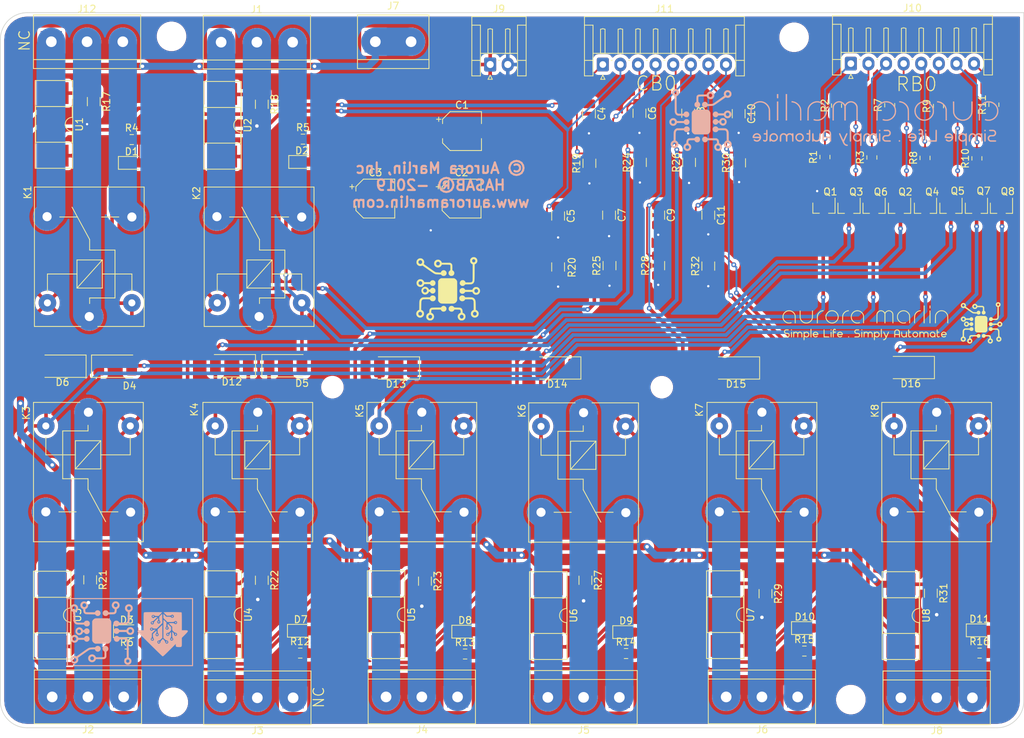
<source format=kicad_pcb>
(kicad_pcb (version 20171130) (host pcbnew "(5.1.4)-1")
  (layers (0 F.Cu signal) (31 B.Cu signal) (34 B.Paste user) (35 F.Paste user) (36 B.SilkS user) (37 F.SilkS user) (38 B.Mask user) (39 F.Mask user) (44 Edge.Cuts user))
  (net 0 "")
  (net 1 GND)
  (net 2 +5V)
  (net 3 OUT1)
  (net 4 OUT2)
  (net 5 OUT3)
  (net 6 OUT4)
  (net 7 OUT5)
  (net 8 OUT6)
  (net 9 OUT7)
  (net 10 OUT8)
  (net 11 "Net-(D1-Pad1)")
  (net 12 "Net-(D1-Pad2)")
  (net 13 "Net-(D2-Pad1)")
  (net 14 "Net-(D2-Pad2)")
  (net 15 "Net-(D3-Pad1)")
  (net 16 "Net-(D3-Pad2)")
  (net 17 "Net-(D7-Pad2)")
  (net 18 "Net-(D12-Pad2)")
  (net 19 "Net-(D8-Pad2)")
  (net 20 "Net-(D13-Pad2)")
  (net 21 "Net-(D14-Pad2)")
  (net 22 "Net-(D9-Pad2)")
  (net 23 "Net-(D10-Pad2)")
  (net 24 "Net-(D10-Pad1)")
  (net 25 "Net-(D11-Pad2)")
  (net 26 "Net-(D11-Pad1)")
  (net 27 /RR_2)
  (net 28 COM2)
  (net 29 /L2)
  (net 30 /L3)
  (net 31 COM3)
  (net 32 /RR_3)
  (net 33 /RR_4)
  (net 34 COM4)
  (net 35 /L4)
  (net 36 /L5)
  (net 37 COM5)
  (net 38 /RR_5)
  (net 39 /RR_6)
  (net 40 COM6)
  (net 41 /L6)
  (net 42 /L7)
  (net 43 COM7)
  (net 44 /RR_7)
  (net 45 240_N)
  (net 46 /RR_8)
  (net 47 COM8)
  (net 48 /L8)
  (net 49 /Relay_1)
  (net 50 /Relay_2)
  (net 51 /Relay_3)
  (net 52 /Relay_4)
  (net 53 /Relay_5)
  (net 54 /Relay_6)
  (net 55 /Relay_7)
  (net 56 /Relay_8)
  (net 57 /L1)
  (net 58 COM1)
  (net 59 /RR_1)
  (net 60 "Net-(R17-Pad1)")
  (net 61 "Net-(R18-Pad1)")
  (net 62 "Net-(R21-Pad1)")
  (net 63 "Net-(R22-Pad1)")
  (net 64 "Net-(R23-Pad1)")
  (net 65 "Net-(R27-Pad1)")
  (net 66 "Net-(R29-Pad1)")
  (net 67 "Net-(R31-Pad1)")
  (net 68 "Net-(Q1-Pad1)")
  (net 69 "Net-(Q2-Pad1)")
  (net 70 "Net-(Q3-Pad1)")
  (net 71 "Net-(Q4-Pad1)")
  (net 72 "Net-(Q5-Pad1)")
  (net 73 "Net-(Q6-Pad1)")
  (net 74 "Net-(Q7-Pad1)")
  (net 75 "Net-(Q8-Pad1)")
  (module auroramarlin:auroraicon10x10 (layer F.Cu) (at 93.2815 108.966)
    (fp_text reference G*** hide)
    (fp_text value LOGO hide)
  )
  (module MountingHole:MountingHole_2.2mm_M2 (layer F.Cu) (at 123.825 123.063)
    (fp_text reference REF** hide)
    (fp_text value MountingHole_2.2mm_M2)
    (pad 1 np_thru_hole circle (at 0 0) (size 2.2 2.2) (drill 2.2) (layers *.Cu *.Mask))
  )
  (module MountingHole:MountingHole_2.2mm_M2 (layer F.Cu) (at 77.0255 123.063)
    (fp_text reference REF** hide)
    (fp_text value MountingHole_2.2mm_M2)
    (pad 1 np_thru_hole circle (at 0 0) (size 2.2 2.2) (drill 2.2) (layers *.Cu *.Mask))
  )
  (module MountingHole:MountingHole_3.2mm_M3 (layer F.Cu) (at 150.6855 167.4495)
    (fp_text reference REF** hide)
    (fp_text value MountingHole_3.2mm_M3)
    (pad 1 np_thru_hole circle (at 0 0) (size 3.2 3.2) (drill 3.2) (layers *.Cu *.Mask))
  )
  (module MountingHole:MountingHole_3.2mm_M3 (layer F.Cu) (at 54.4195 167.8305)
    (fp_text reference REF** hide)
    (fp_text value MountingHole_3.2mm_M3)
    (pad 1 np_thru_hole circle (at 0 0) (size 3.2 3.2) (drill 3.2) (layers *.Cu *.Mask))
  )
  (module MountingHole:MountingHole_3.2mm_M3 (layer F.Cu) (at 54.1655 73.2155)
    (fp_text reference REF** hide)
    (fp_text value MountingHole_3.2mm_M3)
    (pad 1 np_thru_hole circle (at 0 0) (size 3.2 3.2) (drill 3.2) (layers *.Cu *.Mask))
  )
  (module MountingHole:MountingHole_3.2mm_M3 (layer F.Cu) (at 142.621 73.3425)
    (fp_text reference REF** hide)
    (fp_text value MountingHole_3.2mm_M3)
    (pad 1 np_thru_hole circle (at 0 0) (size 3.2 3.2) (drill 3.2) (layers *.Cu *.Mask))
  )
  (module auroramarlin:auroraicon10x10 (layer B.Cu) (at 44.1325 158.115)
    (fp_text reference G*** hide)
    (fp_text value LOGO hide)
  )
  (module hassio:hassio (layer B.Cu) (at 52.8955 157.988)
    (fp_text reference G*** hide)
    (fp_text value LOGO hide)
  )
  (module auroramarlin:aurora_marlin_15x15 (layer B.Cu) (at 148.2725 85.09 180)
    (fp_text reference G*** hide)
    (fp_text value LOGO hide)
  )
  (module auroramarlin:aurora_marlin_10x10 (layer F.Cu) (at 156.591 113.919)
    (fp_text reference G*** hide)
    (fp_text value LOGO hide)
  )
  (module Resistor_SMD:R_1206_3216Metric (layer F.Cu) (at 116.3955 105.791 90)
    (fp_text reference R25 (at 0 -1.82 90) (layer F.SilkS))
    (fp_text value 100K)
    (pad 1 smd roundrect (at -1.4 0 90) (size 1.25 1.75) (layers F.Cu F.Paste F.Mask) (roundrect_rratio 0.2) (net 1 GND))
    (pad 2 smd roundrect (at 1.4 0 90) (size 1.25 1.75) (layers F.Cu F.Paste F.Mask) (roundrect_rratio 0.2) (net 6 OUT4))
  )
  (module Resistor_SMD:R_1206_3216Metric (layer F.Cu) (at 130.429 105.8545 90)
    (fp_text reference R32 (at 0 -1.82 90) (layer F.SilkS))
    (fp_text value 100K)
    (pad 1 smd roundrect (at -1.4 0 90) (size 1.25 1.75) (layers F.Cu F.Paste F.Mask) (roundrect_rratio 0.2) (net 1 GND))
    (pad 2 smd roundrect (at 1.4 0 90) (size 1.25 1.75) (layers F.Cu F.Paste F.Mask) (roundrect_rratio 0.2) (net 10 OUT8))
  )
  (module Resistor_SMD:R_1206_3216Metric (layer F.Cu) (at 123.317 105.791 90)
    (fp_text reference R28 (at 0 -1.82 90) (layer F.SilkS))
    (fp_text value 100K)
    (pad 1 smd roundrect (at -1.4 0 90) (size 1.25 1.75) (layers F.Cu F.Paste F.Mask) (roundrect_rratio 0.2) (net 1 GND))
    (pad 2 smd roundrect (at 1.4 0 90) (size 1.25 1.75) (layers F.Cu F.Paste F.Mask) (roundrect_rratio 0.2) (net 8 OUT6))
  )
  (module Resistor_SMD:R_1206_3216Metric (layer F.Cu) (at 109.093 105.9815 90)
    (fp_text reference R20 (at -0.0635 1.9685 90) (layer F.SilkS))
    (fp_text value 100K)
    (pad 1 smd roundrect (at -1.4 0 90) (size 1.25 1.75) (layers F.Cu F.Paste F.Mask) (roundrect_rratio 0.2) (net 1 GND))
    (pad 2 smd roundrect (at 1.4 0 90) (size 1.25 1.75) (layers F.Cu F.Paste F.Mask) (roundrect_rratio 0.2) (net 4 OUT2))
  )
  (module Capacitor_SMD:CP_Elec_5x5.4 (layer F.Cu) (at 95.4405 86.6775)
    (fp_text reference C1 (at 0 -3.7) (layer F.SilkS))
    (fp_text value "470uF 25V")
    (pad 2 smd roundrect (at 2.2 0) (size 3 1.6) (layers F.Cu F.Paste F.Mask) (roundrect_rratio 0.15625) (net 1 GND))
    (pad 1 smd roundrect (at -2.2 0) (size 3 1.6) (layers F.Cu F.Paste F.Mask) (roundrect_rratio 0.15625) (net 2 +5V))
  )
  (module Capacitor_SMD:CP_Elec_5x5.4 (layer F.Cu) (at 95.377 96.266)
    (fp_text reference C2 (at 0 -3.7) (layer F.SilkS))
    (fp_text value "100uF 25V")
    (pad 1 smd roundrect (at -2.2 0) (size 3 1.6) (layers F.Cu F.Paste F.Mask) (roundrect_rratio 0.15625) (net 2 +5V))
    (pad 2 smd roundrect (at 2.2 0) (size 3 1.6) (layers F.Cu F.Paste F.Mask) (roundrect_rratio 0.15625) (net 1 GND))
  )
  (module Capacitor_SMD:CP_Elec_5x5.4 (layer F.Cu) (at 83.1215 96.266)
    (fp_text reference C3 (at 0 -3.7) (layer F.SilkS))
    (fp_text value "10uF 25v")
    (pad 1 smd roundrect (at -2.2 0) (size 3 1.6) (layers F.Cu F.Paste F.Mask) (roundrect_rratio 0.15625) (net 2 +5V))
    (pad 2 smd roundrect (at 2.2 0) (size 3 1.6) (layers F.Cu F.Paste F.Mask) (roundrect_rratio 0.15625) (net 1 GND))
  )
  (module Capacitor_SMD:C_1206_3216Metric (layer F.Cu) (at 113.4745 84.204 270)
    (fp_text reference C4 (at 0 -1.82 90) (layer F.SilkS))
    (fp_text value 10uF)
    (pad 2 smd roundrect (at 1.4 0 270) (size 1.25 1.75) (layers F.Cu F.Paste F.Mask) (roundrect_rratio 0.2) (net 1 GND))
    (pad 1 smd roundrect (at -1.4 0 270) (size 1.25 1.75) (layers F.Cu F.Paste F.Mask) (roundrect_rratio 0.2) (net 3 OUT1))
  )
  (module Capacitor_SMD:C_1206_3216Metric (layer F.Cu) (at 109.093 98.7425 270)
    (fp_text reference C5 (at 0 -1.82 90) (layer F.SilkS))
    (fp_text value 10uF)
    (pad 1 smd roundrect (at -1.4 0 270) (size 1.25 1.75) (layers F.Cu F.Paste F.Mask) (roundrect_rratio 0.2) (net 4 OUT2))
    (pad 2 smd roundrect (at 1.4 0 270) (size 1.25 1.75) (layers F.Cu F.Paste F.Mask) (roundrect_rratio 0.2) (net 1 GND))
  )
  (module Capacitor_SMD:C_1206_3216Metric (layer F.Cu) (at 120.65 84.1375 270)
    (fp_text reference C6 (at 0 -1.82 90) (layer F.SilkS))
    (fp_text value 10uF)
    (pad 2 smd roundrect (at 1.4 0 270) (size 1.25 1.75) (layers F.Cu F.Paste F.Mask) (roundrect_rratio 0.2) (net 1 GND))
    (pad 1 smd roundrect (at -1.4 0 270) (size 1.25 1.75) (layers F.Cu F.Paste F.Mask) (roundrect_rratio 0.2) (net 5 OUT3))
  )
  (module Capacitor_SMD:C_1206_3216Metric (layer F.Cu) (at 116.332 98.6185 270)
    (fp_text reference C7 (at 0 -1.82 90) (layer F.SilkS))
    (fp_text value 10uF)
    (pad 1 smd roundrect (at -1.4 0 270) (size 1.25 1.75) (layers F.Cu F.Paste F.Mask) (roundrect_rratio 0.2) (net 6 OUT4))
    (pad 2 smd roundrect (at 1.4 0 270) (size 1.25 1.75) (layers F.Cu F.Paste F.Mask) (roundrect_rratio 0.2) (net 1 GND))
  )
  (module Capacitor_SMD:C_1206_3216Metric (layer F.Cu) (at 127.5715 84.1375 270)
    (fp_text reference C8 (at 0 -1.82 90) (layer F.SilkS))
    (fp_text value 10uF)
    (pad 2 smd roundrect (at 1.4 0 270) (size 1.25 1.75) (layers F.Cu F.Paste F.Mask) (roundrect_rratio 0.2) (net 1 GND))
    (pad 1 smd roundrect (at -1.4 0 270) (size 1.25 1.75) (layers F.Cu F.Paste F.Mask) (roundrect_rratio 0.2) (net 7 OUT5))
  )
  (module Capacitor_SMD:C_1206_3216Metric (layer F.Cu) (at 123.317 98.6155 270)
    (fp_text reference C9 (at 0 -1.82 90) (layer F.SilkS))
    (fp_text value 10uF)
    (pad 1 smd roundrect (at -1.4 0 270) (size 1.25 1.75) (layers F.Cu F.Paste F.Mask) (roundrect_rratio 0.2) (net 8 OUT6))
    (pad 2 smd roundrect (at 1.4 0 270) (size 1.25 1.75) (layers F.Cu F.Paste F.Mask) (roundrect_rratio 0.2) (net 1 GND))
  )
  (module Capacitor_SMD:C_1206_3216Metric (layer F.Cu) (at 134.747 84.201 270)
    (fp_text reference C10 (at 0 -1.82 90) (layer F.SilkS))
    (fp_text value 10uF)
    (pad 1 smd roundrect (at -1.4 0 270) (size 1.25 1.75) (layers F.Cu F.Paste F.Mask) (roundrect_rratio 0.2) (net 9 OUT7))
    (pad 2 smd roundrect (at 1.4 0 270) (size 1.25 1.75) (layers F.Cu F.Paste F.Mask) (roundrect_rratio 0.2) (net 1 GND))
  )
  (module Capacitor_SMD:C_1206_3216Metric (layer F.Cu) (at 130.429 98.6155 270)
    (fp_text reference C11 (at 0 -1.82 90) (layer F.SilkS))
    (fp_text value 10uF)
    (pad 2 smd roundrect (at 1.4 0 270) (size 1.25 1.75) (layers F.Cu F.Paste F.Mask) (roundrect_rratio 0.2) (net 1 GND))
    (pad 1 smd roundrect (at -1.4 0 270) (size 1.25 1.75) (layers F.Cu F.Paste F.Mask) (roundrect_rratio 0.2) (net 10 OUT8))
  )
  (module LED_SMD:LED_0805_2012Metric_Castellated (layer F.Cu) (at 48.500501 91.188001)
    (fp_text reference D1 (at 0 -1.6) (layer F.SilkS))
    (fp_text value RED)
    (pad 1 smd roundrect (at -0.9625 0) (size 1.325 1.3) (layers F.Cu F.Paste F.Mask) (roundrect_rratio 0.192308) (net 11 "Net-(D1-Pad1)"))
    (pad 2 smd roundrect (at 0.9625 0) (size 1.325 1.3) (layers F.Cu F.Paste F.Mask) (roundrect_rratio 0.192308) (net 12 "Net-(D1-Pad2)"))
  )
  (module LED_SMD:LED_0805_2012Metric_Castellated (layer F.Cu) (at 72.7075 91.059)
    (fp_text reference D2 (at 0 -1.6) (layer F.SilkS))
    (fp_text value RED)
    (pad 1 smd roundrect (at -0.9625 0) (size 1.325 1.3) (layers F.Cu F.Paste F.Mask) (roundrect_rratio 0.192308) (net 13 "Net-(D2-Pad1)"))
    (pad 2 smd roundrect (at 0.9625 0) (size 1.325 1.3) (layers F.Cu F.Paste F.Mask) (roundrect_rratio 0.192308) (net 14 "Net-(D2-Pad2)"))
  )
  (module LED_SMD:LED_0805_2012Metric_Castellated (layer F.Cu) (at 47.8155 157.734)
    (fp_text reference D3 (at 0 -1.6) (layer F.SilkS))
    (fp_text value RED)
    (pad 1 smd roundrect (at -0.9625 0) (size 1.325 1.3) (layers F.Cu F.Paste F.Mask) (roundrect_rratio 0.192308) (net 15 "Net-(D3-Pad1)"))
    (pad 2 smd roundrect (at 0.9625 0) (size 1.325 1.3) (layers F.Cu F.Paste F.Mask) (roundrect_rratio 0.192308) (net 16 "Net-(D3-Pad2)"))
  )
  (module Diode_SMD:D_2010_5025Metric_Pad1.52x2.65mm_HandSolder (layer F.Cu) (at 46.1645 120.0785)
    (fp_text reference D4 (at 2.032 2.794) (layer F.SilkS))
    (fp_text value 1N4007)
    (pad 1 smd roundrect (at -2.3375 0) (size 1.525 2.65) (layers F.Cu F.Paste F.Mask) (roundrect_rratio 0.163934) (net 2 +5V))
    (pad 2 smd roundrect (at 2.3375 0) (size 1.525 2.65) (layers F.Cu F.Paste F.Mask) (roundrect_rratio 0.163934) (net 11 "Net-(D1-Pad1)"))
  )
  (module Diode_SMD:D_2010_5025Metric_Pad1.52x2.65mm_HandSolder (layer F.Cu) (at 70.358 120.015)
    (fp_text reference D5 (at 2.3495 2.4765) (layer F.SilkS))
    (fp_text value 1N4007)
    (pad 2 smd roundrect (at 2.3375 0) (size 1.525 2.65) (layers F.Cu F.Paste F.Mask) (roundrect_rratio 0.163934) (net 13 "Net-(D2-Pad1)"))
    (pad 1 smd roundrect (at -2.3375 0) (size 1.525 2.65) (layers F.Cu F.Paste F.Mask) (roundrect_rratio 0.163934) (net 2 +5V))
  )
  (module Diode_SMD:D_2010_5025Metric_Pad1.52x2.65mm_HandSolder (layer F.Cu) (at 38.6715 120.0785 180)
    (fp_text reference D6 (at 0 -2.28) (layer F.SilkS))
    (fp_text value 1N4007)
    (pad 2 smd roundrect (at 2.3375 0 180) (size 1.525 2.65) (layers F.Cu F.Paste F.Mask) (roundrect_rratio 0.163934) (net 15 "Net-(D3-Pad1)"))
    (pad 1 smd roundrect (at -2.3375 0 180) (size 1.525 2.65) (layers F.Cu F.Paste F.Mask) (roundrect_rratio 0.163934) (net 2 +5V))
  )
  (module LED_SMD:LED_0805_2012Metric_Castellated (layer F.Cu) (at 72.517 157.6705)
    (fp_text reference D7 (at 0 -1.6) (layer F.SilkS))
    (fp_text value RED)
    (pad 2 smd roundrect (at 0.9625 0) (size 1.325 1.3) (layers F.Cu F.Paste F.Mask) (roundrect_rratio 0.192308) (net 17 "Net-(D7-Pad2)"))
    (pad 1 smd roundrect (at -0.9625 0) (size 1.325 1.3) (layers F.Cu F.Paste F.Mask) (roundrect_rratio 0.192308) (net 18 "Net-(D12-Pad2)"))
  )
  (module LED_SMD:LED_0805_2012Metric_Castellated (layer F.Cu) (at 95.875 157.7975)
    (fp_text reference D8 (at 0 -1.6) (layer F.SilkS))
    (fp_text value RED)
    (pad 2 smd roundrect (at 0.9625 0) (size 1.325 1.3) (layers F.Cu F.Paste F.Mask) (roundrect_rratio 0.192308) (net 19 "Net-(D8-Pad2)"))
    (pad 1 smd roundrect (at -0.9625 0) (size 1.325 1.3) (layers F.Cu F.Paste F.Mask) (roundrect_rratio 0.192308) (net 20 "Net-(D13-Pad2)"))
  )
  (module LED_SMD:LED_0805_2012Metric_Castellated (layer F.Cu) (at 118.745 157.861)
    (fp_text reference D9 (at 0 -1.6) (layer F.SilkS))
    (fp_text value RED)
    (pad 1 smd roundrect (at -0.9625 0) (size 1.325 1.3) (layers F.Cu F.Paste F.Mask) (roundrect_rratio 0.192308) (net 21 "Net-(D14-Pad2)"))
    (pad 2 smd roundrect (at 0.9625 0) (size 1.325 1.3) (layers F.Cu F.Paste F.Mask) (roundrect_rratio 0.192308) (net 22 "Net-(D9-Pad2)"))
  )
  (module LED_SMD:LED_0805_2012Metric_Castellated (layer F.Cu) (at 144.145 157.2895)
    (fp_text reference D10 (at 0 -1.6) (layer F.SilkS))
    (fp_text value RED)
    (pad 2 smd roundrect (at 0.9625 0) (size 1.325 1.3) (layers F.Cu F.Paste F.Mask) (roundrect_rratio 0.192308) (net 23 "Net-(D10-Pad2)"))
    (pad 1 smd roundrect (at -0.9625 0) (size 1.325 1.3) (layers F.Cu F.Paste F.Mask) (roundrect_rratio 0.192308) (net 24 "Net-(D10-Pad1)"))
  )
  (module LED_SMD:LED_0805_2012Metric_Castellated (layer F.Cu) (at 168.9735 157.607)
    (fp_text reference D11 (at 0 -1.6) (layer F.SilkS))
    (fp_text value RED)
    (pad 2 smd roundrect (at 0.9625 0) (size 1.325 1.3) (layers F.Cu F.Paste F.Mask) (roundrect_rratio 0.192308) (net 25 "Net-(D11-Pad2)"))
    (pad 1 smd roundrect (at -0.9625 0) (size 1.325 1.3) (layers F.Cu F.Paste F.Mask) (roundrect_rratio 0.192308) (net 26 "Net-(D11-Pad1)"))
  )
  (module Diode_SMD:D_2010_5025Metric_Pad1.52x2.65mm_HandSolder (layer F.Cu) (at 62.738 120.015 180)
    (fp_text reference D12 (at 0 -2.28) (layer F.SilkS))
    (fp_text value 1N4007)
    (pad 2 smd roundrect (at 2.3375 0 180) (size 1.525 2.65) (layers F.Cu F.Paste F.Mask) (roundrect_rratio 0.163934) (net 18 "Net-(D12-Pad2)"))
    (pad 1 smd roundrect (at -2.3375 0 180) (size 1.525 2.65) (layers F.Cu F.Paste F.Mask) (roundrect_rratio 0.163934) (net 2 +5V))
  )
  (module Diode_SMD:D_2010_5025Metric_Pad1.52x2.65mm_HandSolder (layer F.Cu) (at 86.0425 120.3325 180)
    (fp_text reference D13 (at 0 -2.28) (layer F.SilkS))
    (fp_text value 1N4007)
    (pad 1 smd roundrect (at -2.3375 0 180) (size 1.525 2.65) (layers F.Cu F.Paste F.Mask) (roundrect_rratio 0.163934) (net 2 +5V))
    (pad 2 smd roundrect (at 2.3375 0 180) (size 1.525 2.65) (layers F.Cu F.Paste F.Mask) (roundrect_rratio 0.163934) (net 20 "Net-(D13-Pad2)"))
  )
  (module Diode_SMD:D_2010_5025Metric_Pad1.52x2.65mm_HandSolder (layer F.Cu) (at 108.966 120.3325 180)
    (fp_text reference D14 (at 0 -2.28) (layer F.SilkS))
    (fp_text value 1N4007)
    (pad 1 smd roundrect (at -2.3375 0 180) (size 1.525 2.65) (layers F.Cu F.Paste F.Mask) (roundrect_rratio 0.163934) (net 2 +5V))
    (pad 2 smd roundrect (at 2.3375 0 180) (size 1.525 2.65) (layers F.Cu F.Paste F.Mask) (roundrect_rratio 0.163934) (net 21 "Net-(D14-Pad2)"))
  )
  (module Diode_SMD:D_2010_5025Metric_Pad1.52x2.65mm_HandSolder (layer F.Cu) (at 134.366 120.3325 180)
    (fp_text reference D15 (at 0 -2.28) (layer F.SilkS))
    (fp_text value 1N4007)
    (pad 1 smd roundrect (at -2.3375 0 180) (size 1.525 2.65) (layers F.Cu F.Paste F.Mask) (roundrect_rratio 0.163934) (net 2 +5V))
    (pad 2 smd roundrect (at 2.3375 0 180) (size 1.525 2.65) (layers F.Cu F.Paste F.Mask) (roundrect_rratio 0.163934) (net 24 "Net-(D10-Pad1)"))
  )
  (module Diode_SMD:D_2010_5025Metric_Pad1.52x2.65mm_HandSolder (layer F.Cu) (at 159.1945 120.269 180)
    (fp_text reference D16 (at 0 -2.28) (layer F.SilkS))
    (fp_text value 1N4007)
    (pad 2 smd roundrect (at 2.3375 0 180) (size 1.525 2.65) (layers F.Cu F.Paste F.Mask) (roundrect_rratio 0.163934) (net 26 "Net-(D11-Pad1)"))
    (pad 1 smd roundrect (at -2.3375 0 180) (size 1.525 2.65) (layers F.Cu F.Paste F.Mask) (roundrect_rratio 0.163934) (net 2 +5V))
  )
  (module TerminalBlock:TerminalBlock_bornier-3_P5.08mm (layer F.Cu) (at 61.214 74.041)
    (fp_text reference J1 (at 5.05 -4.65) (layer F.SilkS))
    (fp_text value "Relay OUT")
    (pad 3 thru_hole circle (at 10.16 0) (size 3 3) (drill 1.52) (layers *.Cu *.Mask) (net 27 /RR_2))
    (pad 2 thru_hole circle (at 5.08 0) (size 3 3) (drill 1.52) (layers *.Cu *.Mask) (net 28 COM2))
    (pad 1 thru_hole rect (at 0 0) (size 3 3) (drill 1.52) (layers *.Cu *.Mask) (net 29 /L2))
  )
  (module TerminalBlock:TerminalBlock_bornier-3_P5.08mm (layer F.Cu) (at 47.371 167.0685 180)
    (fp_text reference J2 (at 5.05 -4.65) (layer F.SilkS))
    (fp_text value "Relay OUT")
    (pad 1 thru_hole rect (at 0 0 180) (size 3 3) (drill 1.52) (layers *.Cu *.Mask) (net 30 /L3))
    (pad 2 thru_hole circle (at 5.08 0 180) (size 3 3) (drill 1.52) (layers *.Cu *.Mask) (net 31 COM3))
    (pad 3 thru_hole circle (at 10.16 0 180) (size 3 3) (drill 1.52) (layers *.Cu *.Mask) (net 32 /RR_3))
  )
  (module TerminalBlock:TerminalBlock_bornier-3_P5.08mm (layer F.Cu) (at 71.4375 167.1955 180)
    (fp_text reference J3 (at 5.05 -4.65) (layer F.SilkS))
    (fp_text value "Relay OUT")
    (pad 3 thru_hole circle (at 10.16 0 180) (size 3 3) (drill 1.52) (layers *.Cu *.Mask) (net 33 /RR_4))
    (pad 2 thru_hole circle (at 5.08 0 180) (size 3 3) (drill 1.52) (layers *.Cu *.Mask) (net 34 COM4))
    (pad 1 thru_hole rect (at 0 0 180) (size 3 3) (drill 1.52) (layers *.Cu *.Mask) (net 35 /L4))
  )
  (module TerminalBlock:TerminalBlock_bornier-3_P5.08mm (layer F.Cu) (at 94.8055 167.0685 180)
    (fp_text reference J4 (at 5.05 -4.65) (layer F.SilkS))
    (fp_text value "Relay OUT")
    (pad 1 thru_hole rect (at 0 0 180) (size 3 3) (drill 1.52) (layers *.Cu *.Mask) (net 36 /L5))
    (pad 2 thru_hole circle (at 5.08 0 180) (size 3 3) (drill 1.52) (layers *.Cu *.Mask) (net 37 COM5))
    (pad 3 thru_hole circle (at 10.16 0 180) (size 3 3) (drill 1.52) (layers *.Cu *.Mask) (net 38 /RR_5))
  )
  (module TerminalBlock:TerminalBlock_bornier-3_P5.08mm (layer F.Cu) (at 117.7925 167.132 180)
    (fp_text reference J5 (at 5.05 -4.65) (layer F.SilkS))
    (fp_text value "Relay OUT")
    (pad 3 thru_hole circle (at 10.16 0 180) (size 3 3) (drill 1.52) (layers *.Cu *.Mask) (net 39 /RR_6))
    (pad 2 thru_hole circle (at 5.08 0 180) (size 3 3) (drill 1.52) (layers *.Cu *.Mask) (net 40 COM6))
    (pad 1 thru_hole rect (at 0 0 180) (size 3 3) (drill 1.52) (layers *.Cu *.Mask) (net 41 /L6))
  )
  (module TerminalBlock:TerminalBlock_bornier-3_P5.08mm (layer F.Cu) (at 143.129 167.0685 180)
    (fp_text reference J6 (at 5.05 -4.65) (layer F.SilkS))
    (fp_text value "Relay OUT")
    (pad 1 thru_hole rect (at 0 0 180) (size 3 3) (drill 1.52) (layers *.Cu *.Mask) (net 42 /L7))
    (pad 2 thru_hole circle (at 5.08 0 180) (size 3 3) (drill 1.52) (layers *.Cu *.Mask) (net 43 COM7))
    (pad 3 thru_hole circle (at 10.16 0 180) (size 3 3) (drill 1.52) (layers *.Cu *.Mask) (net 44 /RR_7))
  )
  (module TerminalBlock:TerminalBlock_bornier-2_P5.08mm (layer F.Cu) (at 83.1215 73.9775)
    (fp_text reference J7 (at 2.54 -5.08) (layer F.SilkS))
    (fp_text value AC_IN)
    (pad 1 thru_hole rect (at 0 0) (size 3 3) (drill 1.52) (layers *.Cu *.Mask) (net 45 240_N))
    (pad 2 thru_hole circle (at 5.08 0) (size 3 3) (drill 1.52) (layers *.Cu *.Mask) (net 45 240_N))
  )
  (module TerminalBlock:TerminalBlock_bornier-3_P5.08mm (layer F.Cu) (at 167.9575 167.1955 180)
    (fp_text reference J8 (at 5.05 -4.65) (layer F.SilkS))
    (fp_text value "Relay OUT")
    (pad 3 thru_hole circle (at 10.16 0 180) (size 3 3) (drill 1.52) (layers *.Cu *.Mask) (net 46 /RR_8))
    (pad 2 thru_hole circle (at 5.08 0 180) (size 3 3) (drill 1.52) (layers *.Cu *.Mask) (net 47 COM8))
    (pad 1 thru_hole rect (at 0 0 180) (size 3 3) (drill 1.52) (layers *.Cu *.Mask) (net 48 /L8))
  )
  (module Connector_JST:JST_EH_S2B-EH_1x02_P2.50mm_Horizontal (layer F.Cu) (at 99.441 77.216)
    (fp_text reference J9 (at 1.25 -7.9) (layer F.SilkS))
    (fp_text value 5VDC)
    (pad 1 thru_hole roundrect (at 0 0) (size 1.7 2) (drill 1) (layers *.Cu *.Mask) (roundrect_rratio 0.147059) (net 2 +5V))
    (pad 2 thru_hole oval (at 2.5 0) (size 1.7 2) (drill 1) (layers *.Cu *.Mask) (net 1 GND))
  )
  (module Connector_JST:JST_EH_S8B-EH_1x08_P2.50mm_Horizontal (layer F.Cu) (at 150.6855 77.089)
    (fp_text reference J10 (at 8.75 -7.9) (layer F.SilkS))
    (fp_text value MCU)
    (pad 1 thru_hole roundrect (at 0 0) (size 1.7 1.95) (drill 0.95) (layers *.Cu *.Mask) (roundrect_rratio 0.147059) (net 49 /Relay_1))
    (pad 2 thru_hole oval (at 2.5 0) (size 1.7 1.95) (drill 0.95) (layers *.Cu *.Mask) (net 50 /Relay_2))
    (pad 3 thru_hole oval (at 5 0) (size 1.7 1.95) (drill 0.95) (layers *.Cu *.Mask) (net 51 /Relay_3))
    (pad 4 thru_hole oval (at 7.5 0) (size 1.7 1.95) (drill 0.95) (layers *.Cu *.Mask) (net 52 /Relay_4))
    (pad 5 thru_hole oval (at 10 0) (size 1.7 1.95) (drill 0.95) (layers *.Cu *.Mask) (net 53 /Relay_5))
    (pad 6 thru_hole oval (at 12.5 0) (size 1.7 1.95) (drill 0.95) (layers *.Cu *.Mask) (net 54 /Relay_6))
    (pad 7 thru_hole oval (at 15 0) (size 1.7 1.95) (drill 0.95) (layers *.Cu *.Mask) (net 55 /Relay_7))
    (pad 8 thru_hole oval (at 17.5 0) (size 1.7 1.95) (drill 0.95) (layers *.Cu *.Mask) (net 56 /Relay_8))
  )
  (module Connector_JST:JST_EH_S8B-EH_1x08_P2.50mm_Horizontal (layer F.Cu) (at 115.443 77.216)
    (fp_text reference J11 (at 8.75 -7.9) (layer F.SilkS))
    (fp_text value OPTO)
    (pad 8 thru_hole oval (at 17.5 0) (size 1.7 1.95) (drill 0.95) (layers *.Cu *.Mask) (net 10 OUT8))
    (pad 7 thru_hole oval (at 15 0) (size 1.7 1.95) (drill 0.95) (layers *.Cu *.Mask) (net 9 OUT7))
    (pad 6 thru_hole oval (at 12.5 0) (size 1.7 1.95) (drill 0.95) (layers *.Cu *.Mask) (net 8 OUT6))
    (pad 5 thru_hole oval (at 10 0) (size 1.7 1.95) (drill 0.95) (layers *.Cu *.Mask) (net 7 OUT5))
    (pad 4 thru_hole oval (at 7.5 0) (size 1.7 1.95) (drill 0.95) (layers *.Cu *.Mask) (net 6 OUT4))
    (pad 3 thru_hole oval (at 5 0) (size 1.7 1.95) (drill 0.95) (layers *.Cu *.Mask) (net 5 OUT3))
    (pad 2 thru_hole oval (at 2.5 0) (size 1.7 1.95) (drill 0.95) (layers *.Cu *.Mask) (net 4 OUT2))
    (pad 1 thru_hole roundrect (at 0 0) (size 1.7 1.95) (drill 0.95) (layers *.Cu *.Mask) (roundrect_rratio 0.147059) (net 3 OUT1))
  )
  (module TerminalBlock:TerminalBlock_bornier-3_P5.08mm (layer F.Cu) (at 37.084 73.9775)
    (fp_text reference J12 (at 5.05 -4.65) (layer F.SilkS))
    (fp_text value "Relay OUT")
    (pad 1 thru_hole rect (at 0 0) (size 3 3) (drill 1.52) (layers *.Cu *.Mask) (net 57 /L1))
    (pad 2 thru_hole circle (at 5.08 0) (size 3 3) (drill 1.52) (layers *.Cu *.Mask) (net 58 COM1))
    (pad 3 thru_hole circle (at 10.16 0) (size 3 3) (drill 1.52) (layers *.Cu *.Mask) (net 59 /RR_1))
  )
  (module Relay_THT:Relay_SPDT_SANYOU_SRD_Series_Form_C (layer F.Cu) (at 42.4815 113.03 90)
    (fp_text reference K1 (at 17.653 -8.763 90) (layer F.SilkS))
    (fp_text value SANYOU_SRD_Form_C)
    (pad 2 thru_hole circle (at 1.95 6.05 180) (size 2.5 2.5) (drill 1) (layers *.Cu *.Mask) (net 11 "Net-(D1-Pad1)"))
    (pad 3 thru_hole circle (at 14.15 6.05 180) (size 3 3) (drill 1.3) (layers *.Cu *.Mask) (net 59 /RR_1))
    (pad 4 thru_hole circle (at 14.2 -6 180) (size 3 3) (drill 1.3) (layers *.Cu *.Mask) (net 57 /L1))
    (pad 5 thru_hole circle (at 1.95 -5.95 180) (size 2.5 2.5) (drill 1) (layers *.Cu *.Mask) (net 2 +5V))
    (pad 1 thru_hole circle (at 0 0 180) (size 3 3) (drill 1.3) (layers *.Cu *.Mask) (net 58 COM1))
  )
  (module Relay_THT:Relay_SPDT_SANYOU_SRD_Series_Form_C (layer F.Cu) (at 66.6115 113.03 90)
    (fp_text reference K2 (at 17.526 -8.89 90) (layer F.SilkS))
    (fp_text value SANYOU_SRD_Form_C)
    (pad 1 thru_hole circle (at 0 0 180) (size 3 3) (drill 1.3) (layers *.Cu *.Mask) (net 28 COM2))
    (pad 5 thru_hole circle (at 1.95 -5.95 180) (size 2.5 2.5) (drill 1) (layers *.Cu *.Mask) (net 2 +5V))
    (pad 4 thru_hole circle (at 14.2 -6 180) (size 3 3) (drill 1.3) (layers *.Cu *.Mask) (net 29 /L2))
    (pad 3 thru_hole circle (at 14.15 6.05 180) (size 3 3) (drill 1.3) (layers *.Cu *.Mask) (net 27 /RR_2))
    (pad 2 thru_hole circle (at 1.95 6.05 180) (size 2.5 2.5) (drill 1) (layers *.Cu *.Mask) (net 13 "Net-(D2-Pad1)"))
  )
  (module Relay_THT:Relay_SPDT_SANYOU_SRD_Series_Form_C (layer F.Cu) (at 42.3545 126.619 270)
    (fp_text reference K3 (at 0.127 8.8265 90) (layer F.SilkS))
    (fp_text value SANYOU_SRD_Form_C)
    (pad 1 thru_hole circle (at 0 0) (size 3 3) (drill 1.3) (layers *.Cu *.Mask) (net 31 COM3))
    (pad 5 thru_hole circle (at 1.95 -5.95) (size 2.5 2.5) (drill 1) (layers *.Cu *.Mask) (net 2 +5V))
    (pad 4 thru_hole circle (at 14.2 -6) (size 3 3) (drill 1.3) (layers *.Cu *.Mask) (net 30 /L3))
    (pad 3 thru_hole circle (at 14.15 6.05) (size 3 3) (drill 1.3) (layers *.Cu *.Mask) (net 32 /RR_3))
    (pad 2 thru_hole circle (at 1.95 6.05) (size 2.5 2.5) (drill 1) (layers *.Cu *.Mask) (net 15 "Net-(D3-Pad1)"))
  )
  (module Relay_THT:Relay_SPDT_SANYOU_SRD_Series_Form_C (layer F.Cu) (at 66.421 126.619 270)
    (fp_text reference K4 (at -0.381 9.017 90) (layer F.SilkS))
    (fp_text value SANYOU_SRD_Form_C)
    (pad 2 thru_hole circle (at 1.95 6.05) (size 2.5 2.5) (drill 1) (layers *.Cu *.Mask) (net 18 "Net-(D12-Pad2)"))
    (pad 3 thru_hole circle (at 14.15 6.05) (size 3 3) (drill 1.3) (layers *.Cu *.Mask) (net 33 /RR_4))
    (pad 4 thru_hole circle (at 14.2 -6) (size 3 3) (drill 1.3) (layers *.Cu *.Mask) (net 35 /L4))
    (pad 5 thru_hole circle (at 1.95 -5.95) (size 2.5 2.5) (drill 1) (layers *.Cu *.Mask) (net 2 +5V))
    (pad 1 thru_hole circle (at 0 0) (size 3 3) (drill 1.3) (layers *.Cu *.Mask) (net 34 COM4))
  )
  (module Relay_THT:Relay_SPDT_SANYOU_SRD_Series_Form_C (layer F.Cu) (at 89.7255 126.619 270)
    (fp_text reference K5 (at -0.1905 8.8265 90) (layer F.SilkS))
    (fp_text value SANYOU_SRD_Form_C)
    (pad 1 thru_hole circle (at 0 0) (size 3 3) (drill 1.3) (layers *.Cu *.Mask) (net 37 COM5))
    (pad 5 thru_hole circle (at 1.95 -5.95) (size 2.5 2.5) (drill 1) (layers *.Cu *.Mask) (net 2 +5V))
    (pad 4 thru_hole circle (at 14.2 -6) (size 3 3) (drill 1.3) (layers *.Cu *.Mask) (net 36 /L5))
    (pad 3 thru_hole circle (at 14.15 6.05) (size 3 3) (drill 1.3) (layers *.Cu *.Mask) (net 38 /RR_5))
    (pad 2 thru_hole circle (at 1.95 6.05) (size 2.5 2.5) (drill 1) (layers *.Cu *.Mask) (net 20 "Net-(D13-Pad2)"))
  )
  (module Relay_THT:Relay_SPDT_SANYOU_SRD_Series_Form_C (layer F.Cu) (at 112.7125 126.6825 270)
    (fp_text reference K6 (at -0.254 8.763 90) (layer F.SilkS))
    (fp_text value SANYOU_SRD_Form_C)
    (pad 1 thru_hole circle (at 0 0) (size 3 3) (drill 1.3) (layers *.Cu *.Mask) (net 40 COM6))
    (pad 5 thru_hole circle (at 1.95 -5.95) (size 2.5 2.5) (drill 1) (layers *.Cu *.Mask) (net 2 +5V))
    (pad 4 thru_hole circle (at 14.2 -6) (size 3 3) (drill 1.3) (layers *.Cu *.Mask) (net 41 /L6))
    (pad 3 thru_hole circle (at 14.15 6.05) (size 3 3) (drill 1.3) (layers *.Cu *.Mask) (net 39 /RR_6))
    (pad 2 thru_hole circle (at 1.95 6.05) (size 2.5 2.5) (drill 1) (layers *.Cu *.Mask) (net 21 "Net-(D14-Pad2)"))
  )
  (module Relay_THT:Relay_SPDT_SANYOU_SRD_Series_Form_C (layer F.Cu) (at 138.049 126.619 270)
    (fp_text reference K7 (at -0.3175 8.89 90) (layer F.SilkS))
    (fp_text value SANYOU_SRD_Form_C)
    (pad 2 thru_hole circle (at 1.95 6.05) (size 2.5 2.5) (drill 1) (layers *.Cu *.Mask) (net 24 "Net-(D10-Pad1)"))
    (pad 3 thru_hole circle (at 14.15 6.05) (size 3 3) (drill 1.3) (layers *.Cu *.Mask) (net 44 /RR_7))
    (pad 4 thru_hole circle (at 14.2 -6) (size 3 3) (drill 1.3) (layers *.Cu *.Mask) (net 42 /L7))
    (pad 5 thru_hole circle (at 1.95 -5.95) (size 2.5 2.5) (drill 1) (layers *.Cu *.Mask) (net 2 +5V))
    (pad 1 thru_hole circle (at 0 0) (size 3 3) (drill 1.3) (layers *.Cu *.Mask) (net 43 COM7))
  )
  (module Relay_THT:Relay_SPDT_SANYOU_SRD_Series_Form_C (layer F.Cu) (at 162.8775 126.619 270)
    (fp_text reference K8 (at -0.1905 8.763 90) (layer F.SilkS))
    (fp_text value SANYOU_SRD_Form_C)
    (pad 2 thru_hole circle (at 1.95 6.05) (size 2.5 2.5) (drill 1) (layers *.Cu *.Mask) (net 26 "Net-(D11-Pad1)"))
    (pad 3 thru_hole circle (at 14.15 6.05) (size 3 3) (drill 1.3) (layers *.Cu *.Mask) (net 46 /RR_8))
    (pad 4 thru_hole circle (at 14.2 -6) (size 3 3) (drill 1.3) (layers *.Cu *.Mask) (net 48 /L8))
    (pad 5 thru_hole circle (at 1.95 -5.95) (size 2.5 2.5) (drill 1) (layers *.Cu *.Mask) (net 2 +5V))
    (pad 1 thru_hole circle (at 0 0) (size 3 3) (drill 1.3) (layers *.Cu *.Mask) (net 47 COM8))
  )
  (module Resistor_SMD:R_0805_2012Metric_Pad1.15x1.40mm_HandSolder (layer F.Cu) (at 147.0025 90.3605 90)
    (fp_text reference R1 (at 0 -1.65 90) (layer F.SilkS))
    (fp_text value 10K)
    (pad 2 smd roundrect (at 1.025 0 90) (size 1.15 1.4) (layers F.Cu F.Paste F.Mask) (roundrect_rratio 0.217391) (net 49 /Relay_1))
    (pad 1 smd roundrect (at -1.025 0 90) (size 1.15 1.4) (layers F.Cu F.Paste F.Mask) (roundrect_rratio 0.217391) (net 68 "Net-(Q1-Pad1)"))
  )
  (module Resistor_SMD:R_0805_2012Metric_Pad1.15x1.40mm_HandSolder (layer F.Cu) (at 148.6535 83.058 90)
    (fp_text reference R2 (at 0 -1.65 90) (layer F.SilkS))
    (fp_text value 10K)
    (pad 2 smd roundrect (at 1.025 0 90) (size 1.15 1.4) (layers F.Cu F.Paste F.Mask) (roundrect_rratio 0.217391) (net 50 /Relay_2))
    (pad 1 smd roundrect (at -1.025 0 90) (size 1.15 1.4) (layers F.Cu F.Paste F.Mask) (roundrect_rratio 0.217391) (net 70 "Net-(Q3-Pad1)"))
  )
  (module Resistor_SMD:R_0805_2012Metric_Pad1.15x1.40mm_HandSolder (layer F.Cu) (at 153.67 90.424 90)
    (fp_text reference R3 (at 0 -1.65 90) (layer F.SilkS))
    (fp_text value 10K)
    (pad 2 smd roundrect (at 1.025 0 90) (size 1.15 1.4) (layers F.Cu F.Paste F.Mask) (roundrect_rratio 0.217391) (net 51 /Relay_3))
    (pad 1 smd roundrect (at -1.025 0 90) (size 1.15 1.4) (layers F.Cu F.Paste F.Mask) (roundrect_rratio 0.217391) (net 73 "Net-(Q6-Pad1)"))
  )
  (module Resistor_SMD:R_0805_2012Metric_Pad1.15x1.40mm_HandSolder (layer F.Cu) (at 48.514 87.884)
    (fp_text reference R4 (at 0 -1.65) (layer F.SilkS))
    (fp_text value 330)
    (pad 1 smd roundrect (at -1.025 0) (size 1.15 1.4) (layers F.Cu F.Paste F.Mask) (roundrect_rratio 0.217391) (net 2 +5V))
    (pad 2 smd roundrect (at 1.025 0) (size 1.15 1.4) (layers F.Cu F.Paste F.Mask) (roundrect_rratio 0.217391) (net 12 "Net-(D1-Pad2)"))
  )
  (module Resistor_SMD:R_0805_2012Metric_Pad1.15x1.40mm_HandSolder (layer F.Cu) (at 72.8345 87.8205)
    (fp_text reference R5 (at 0 -1.65) (layer F.SilkS))
    (fp_text value 330)
    (pad 2 smd roundrect (at 1.025 0) (size 1.15 1.4) (layers F.Cu F.Paste F.Mask) (roundrect_rratio 0.217391) (net 14 "Net-(D2-Pad2)"))
    (pad 1 smd roundrect (at -1.025 0) (size 1.15 1.4) (layers F.Cu F.Paste F.Mask) (roundrect_rratio 0.217391) (net 2 +5V))
  )
  (module Resistor_SMD:R_0805_2012Metric_Pad1.15x1.40mm_HandSolder (layer F.Cu) (at 47.8155 160.9725)
    (fp_text reference R6 (at 0 -1.65) (layer F.SilkS))
    (fp_text value 330)
    (pad 1 smd roundrect (at -1.025 0) (size 1.15 1.4) (layers F.Cu F.Paste F.Mask) (roundrect_rratio 0.217391) (net 2 +5V))
    (pad 2 smd roundrect (at 1.025 0) (size 1.15 1.4) (layers F.Cu F.Paste F.Mask) (roundrect_rratio 0.217391) (net 16 "Net-(D3-Pad2)"))
  )
  (module Resistor_SMD:R_0805_2012Metric_Pad1.15x1.40mm_HandSolder (layer F.Cu) (at 156.21 82.9945 90)
    (fp_text reference R7 (at 0 -1.65 90) (layer F.SilkS))
    (fp_text value 10K)
    (pad 1 smd roundrect (at -1.025 0 90) (size 1.15 1.4) (layers F.Cu F.Paste F.Mask) (roundrect_rratio 0.217391) (net 69 "Net-(Q2-Pad1)"))
    (pad 2 smd roundrect (at 1.025 0 90) (size 1.15 1.4) (layers F.Cu F.Paste F.Mask) (roundrect_rratio 0.217391) (net 52 /Relay_4))
  )
  (module Resistor_SMD:R_0805_2012Metric_Pad1.15x1.40mm_HandSolder (layer F.Cu) (at 161.2265 90.4875 90)
    (fp_text reference R8 (at 0 -1.65 90) (layer F.SilkS))
    (fp_text value 10K)
    (pad 1 smd roundrect (at -1.025 0 90) (size 1.15 1.4) (layers F.Cu F.Paste F.Mask) (roundrect_rratio 0.217391) (net 71 "Net-(Q4-Pad1)"))
    (pad 2 smd roundrect (at 1.025 0 90) (size 1.15 1.4) (layers F.Cu F.Paste F.Mask) (roundrect_rratio 0.217391) (net 53 /Relay_5))
  )
  (module Resistor_SMD:R_0805_2012Metric_Pad1.15x1.40mm_HandSolder (layer F.Cu) (at 163.1315 83.1215 90)
    (fp_text reference R9 (at 0 -1.65 90) (layer F.SilkS))
    (fp_text value 10K)
    (pad 2 smd roundrect (at 1.025 0 90) (size 1.15 1.4) (layers F.Cu F.Paste F.Mask) (roundrect_rratio 0.217391) (net 54 /Relay_6))
    (pad 1 smd roundrect (at -1.025 0 90) (size 1.15 1.4) (layers F.Cu F.Paste F.Mask) (roundrect_rratio 0.217391) (net 72 "Net-(Q5-Pad1)"))
  )
  (module Resistor_SMD:R_0805_2012Metric_Pad1.15x1.40mm_HandSolder (layer F.Cu) (at 168.5925 90.551 90)
    (fp_text reference R10 (at 0 -1.65 90) (layer F.SilkS))
    (fp_text value 10K)
    (pad 2 smd roundrect (at 1.025 0 90) (size 1.15 1.4) (layers F.Cu F.Paste F.Mask) (roundrect_rratio 0.217391) (net 55 /Relay_7))
    (pad 1 smd roundrect (at -1.025 0 90) (size 1.15 1.4) (layers F.Cu F.Paste F.Mask) (roundrect_rratio 0.217391) (net 74 "Net-(Q7-Pad1)"))
  )
  (module Resistor_SMD:R_0805_2012Metric_Pad1.15x1.40mm_HandSolder (layer F.Cu) (at 171.0055 82.931 90)
    (fp_text reference R11 (at 0 -1.65 90) (layer F.SilkS))
    (fp_text value 10K)
    (pad 2 smd roundrect (at 1.025 0 90) (size 1.15 1.4) (layers F.Cu F.Paste F.Mask) (roundrect_rratio 0.217391) (net 56 /Relay_8))
    (pad 1 smd roundrect (at -1.025 0 90) (size 1.15 1.4) (layers F.Cu F.Paste F.Mask) (roundrect_rratio 0.217391) (net 75 "Net-(Q8-Pad1)"))
  )
  (module Resistor_SMD:R_0805_2012Metric_Pad1.15x1.40mm_HandSolder (layer F.Cu) (at 72.4535 160.8455)
    (fp_text reference R12 (at 0 -1.65) (layer F.SilkS))
    (fp_text value 330)
    (pad 1 smd roundrect (at -1.025 0) (size 1.15 1.4) (layers F.Cu F.Paste F.Mask) (roundrect_rratio 0.217391) (net 2 +5V))
    (pad 2 smd roundrect (at 1.025 0) (size 1.15 1.4) (layers F.Cu F.Paste F.Mask) (roundrect_rratio 0.217391) (net 17 "Net-(D7-Pad2)"))
  )
  (module Resistor_SMD:R_0805_2012Metric_Pad1.15x1.40mm_HandSolder (layer F.Cu) (at 95.876 160.9725)
    (fp_text reference R13 (at 0 -1.65) (layer F.SilkS))
    (fp_text value 330)
    (pad 1 smd roundrect (at -1.025 0) (size 1.15 1.4) (layers F.Cu F.Paste F.Mask) (roundrect_rratio 0.217391) (net 2 +5V))
    (pad 2 smd roundrect (at 1.025 0) (size 1.15 1.4) (layers F.Cu F.Paste F.Mask) (roundrect_rratio 0.217391) (net 19 "Net-(D8-Pad2)"))
  )
  (module Resistor_SMD:R_0805_2012Metric_Pad1.15x1.40mm_HandSolder (layer F.Cu) (at 118.745 160.909)
    (fp_text reference R14 (at 0 -1.65) (layer F.SilkS))
    (fp_text value 330)
    (pad 2 smd roundrect (at 1.025 0) (size 1.15 1.4) (layers F.Cu F.Paste F.Mask) (roundrect_rratio 0.217391) (net 22 "Net-(D9-Pad2)"))
    (pad 1 smd roundrect (at -1.025 0) (size 1.15 1.4) (layers F.Cu F.Paste F.Mask) (roundrect_rratio 0.217391) (net 2 +5V))
  )
  (module Resistor_SMD:R_0805_2012Metric_Pad1.15x1.40mm_HandSolder (layer F.Cu) (at 144.081001 160.556001)
    (fp_text reference R15 (at 0 -1.65) (layer F.SilkS))
    (fp_text value 330)
    (pad 1 smd roundrect (at -1.025 0) (size 1.15 1.4) (layers F.Cu F.Paste F.Mask) (roundrect_rratio 0.217391) (net 2 +5V))
    (pad 2 smd roundrect (at 1.025 0) (size 1.15 1.4) (layers F.Cu F.Paste F.Mask) (roundrect_rratio 0.217391) (net 23 "Net-(D10-Pad2)"))
  )
  (module Resistor_SMD:R_0805_2012Metric_Pad1.15x1.40mm_HandSolder (layer F.Cu) (at 168.9735 160.8455)
    (fp_text reference R16 (at 0 -1.65) (layer F.SilkS))
    (fp_text value 330)
    (pad 1 smd roundrect (at -1.025 0) (size 1.15 1.4) (layers F.Cu F.Paste F.Mask) (roundrect_rratio 0.217391) (net 2 +5V))
    (pad 2 smd roundrect (at 1.025 0) (size 1.15 1.4) (layers F.Cu F.Paste F.Mask) (roundrect_rratio 0.217391) (net 25 "Net-(D11-Pad2)"))
  )
  (module Resistor_SMD:R_1206_3216Metric (layer F.Cu) (at 43.1165 82.4865 270)
    (fp_text reference R17 (at 0 -1.82 90) (layer F.SilkS))
    (fp_text value 200K)
    (pad 2 smd roundrect (at 1.4 0 270) (size 1.25 1.75) (layers F.Cu F.Paste F.Mask) (roundrect_rratio 0.2) (net 58 COM1))
    (pad 1 smd roundrect (at -1.4 0 270) (size 1.25 1.75) (layers F.Cu F.Paste F.Mask) (roundrect_rratio 0.2) (net 60 "Net-(R17-Pad1)"))
  )
  (module Resistor_SMD:R_1206_3216Metric (layer F.Cu) (at 66.9925 82.8675 270)
    (fp_text reference R18 (at 0 -1.82 90) (layer F.SilkS))
    (fp_text value 200K)
    (pad 2 smd roundrect (at 1.4 0 270) (size 1.25 1.75) (layers F.Cu F.Paste F.Mask) (roundrect_rratio 0.2) (net 28 COM2))
    (pad 1 smd roundrect (at -1.4 0 270) (size 1.25 1.75) (layers F.Cu F.Paste F.Mask) (roundrect_rratio 0.2) (net 61 "Net-(R18-Pad1)"))
  )
  (module Resistor_SMD:R_1206_3216Metric (layer F.Cu) (at 113.538 91.2495 90)
    (fp_text reference R19 (at 0 -1.82 90) (layer F.SilkS))
    (fp_text value 100K)
    (pad 1 smd roundrect (at -1.4 0 90) (size 1.25 1.75) (layers F.Cu F.Paste F.Mask) (roundrect_rratio 0.2) (net 1 GND))
    (pad 2 smd roundrect (at 1.4 0 90) (size 1.25 1.75) (layers F.Cu F.Paste F.Mask) (roundrect_rratio 0.2) (net 3 OUT1))
  )
  (module Resistor_SMD:R_1206_3216Metric (layer F.Cu) (at 42.6085 150.4315 270)
    (fp_text reference R21 (at 0 -1.82 90) (layer F.SilkS))
    (fp_text value 200K)
    (pad 2 smd roundrect (at 1.4 0 270) (size 1.25 1.75) (layers F.Cu F.Paste F.Mask) (roundrect_rratio 0.2) (net 31 COM3))
    (pad 1 smd roundrect (at -1.4 0 270) (size 1.25 1.75) (layers F.Cu F.Paste F.Mask) (roundrect_rratio 0.2) (net 62 "Net-(R21-Pad1)"))
  )
  (module Resistor_SMD:R_1206_3216Metric (layer F.Cu) (at 66.9925 150.495 270)
    (fp_text reference R22 (at 0 -1.82 90) (layer F.SilkS))
    (fp_text value 200K)
    (pad 2 smd roundrect (at 1.4 0 270) (size 1.25 1.75) (layers F.Cu F.Paste F.Mask) (roundrect_rratio 0.2) (net 34 COM4))
    (pad 1 smd roundrect (at -1.4 0 270) (size 1.25 1.75) (layers F.Cu F.Paste F.Mask) (roundrect_rratio 0.2) (net 63 "Net-(R22-Pad1)"))
  )
  (module Resistor_SMD:R_1206_3216Metric (layer F.Cu) (at 90.17 150.622 270)
    (fp_text reference R23 (at 0 -1.82 90) (layer F.SilkS))
    (fp_text value 200K)
    (pad 2 smd roundrect (at 1.4 0 270) (size 1.25 1.75) (layers F.Cu F.Paste F.Mask) (roundrect_rratio 0.2) (net 37 COM5))
    (pad 1 smd roundrect (at -1.4 0 270) (size 1.25 1.75) (layers F.Cu F.Paste F.Mask) (roundrect_rratio 0.2) (net 64 "Net-(R23-Pad1)"))
  )
  (module Resistor_SMD:R_1206_3216Metric (layer F.Cu) (at 120.7135 91.1225 90)
    (fp_text reference R24 (at 0 -1.82 90) (layer F.SilkS))
    (fp_text value 100K)
    (pad 2 smd roundrect (at 1.4 0 90) (size 1.25 1.75) (layers F.Cu F.Paste F.Mask) (roundrect_rratio 0.2) (net 5 OUT3))
    (pad 1 smd roundrect (at -1.4 0 90) (size 1.25 1.75) (layers F.Cu F.Paste F.Mask) (roundrect_rratio 0.2) (net 1 GND))
  )
  (module Resistor_SMD:R_1206_3216Metric (layer F.Cu) (at 127.6985 91.1225 90)
    (fp_text reference R26 (at 0 -1.82 90) (layer F.SilkS))
    (fp_text value 100K)
    (pad 1 smd roundrect (at -1.4 0 90) (size 1.25 1.75) (layers F.Cu F.Paste F.Mask) (roundrect_rratio 0.2) (net 1 GND))
    (pad 2 smd roundrect (at 1.4 0 90) (size 1.25 1.75) (layers F.Cu F.Paste F.Mask) (roundrect_rratio 0.2) (net 7 OUT5))
  )
  (module Resistor_SMD:R_1206_3216Metric (layer F.Cu) (at 112.9665 150.498 270)
    (fp_text reference R27 (at 0 -1.82 90) (layer F.SilkS))
    (fp_text value 200K)
    (pad 1 smd roundrect (at -1.4 0 270) (size 1.25 1.75) (layers F.Cu F.Paste F.Mask) (roundrect_rratio 0.2) (net 65 "Net-(R27-Pad1)"))
    (pad 2 smd roundrect (at 1.4 0 270) (size 1.25 1.75) (layers F.Cu F.Paste F.Mask) (roundrect_rratio 0.2) (net 40 COM6))
  )
  (module Resistor_SMD:R_1206_3216Metric (layer F.Cu) (at 138.557 152.4 270)
    (fp_text reference R29 (at 0 -1.82 90) (layer F.SilkS))
    (fp_text value 200K)
    (pad 2 smd roundrect (at 1.4 0 270) (size 1.25 1.75) (layers F.Cu F.Paste F.Mask) (roundrect_rratio 0.2) (net 43 COM7))
    (pad 1 smd roundrect (at -1.4 0 270) (size 1.25 1.75) (layers F.Cu F.Paste F.Mask) (roundrect_rratio 0.2) (net 66 "Net-(R29-Pad1)"))
  )
  (module Resistor_SMD:R_1206_3216Metric (layer F.Cu) (at 134.8105 91.186 90)
    (fp_text reference R30 (at 0 -1.82 90) (layer F.SilkS))
    (fp_text value 100K)
    (pad 1 smd roundrect (at -1.4 0 90) (size 1.25 1.75) (layers F.Cu F.Paste F.Mask) (roundrect_rratio 0.2) (net 1 GND))
    (pad 2 smd roundrect (at 1.4 0 90) (size 1.25 1.75) (layers F.Cu F.Paste F.Mask) (roundrect_rratio 0.2) (net 9 OUT7))
  )
  (module Resistor_SMD:R_1206_3216Metric (layer F.Cu) (at 162.052 152.3365 270)
    (fp_text reference R31 (at 0 -1.82 90) (layer F.SilkS))
    (fp_text value 200K)
    (pad 2 smd roundrect (at 1.4 0 270) (size 1.25 1.75) (layers F.Cu F.Paste F.Mask) (roundrect_rratio 0.2) (net 47 COM8))
    (pad 1 smd roundrect (at -1.4 0 270) (size 1.25 1.75) (layers F.Cu F.Paste F.Mask) (roundrect_rratio 0.2) (net 67 "Net-(R31-Pad1)"))
  )
  (module Package_DIP:DIP-4_W8.89mm_SMDSocket_LongPads (layer F.Cu) (at 37.465 85.725 270)
    (fp_text reference U1 (at 0 -3.6 90) (layer F.SilkS))
    (fp_text value EL814)
    (pad 1 smd rect (at -4.445 -1.27 270) (size 3.1 1.6) (layers F.Cu F.Paste F.Mask) (net 60 "Net-(R17-Pad1)"))
    (pad 3 smd rect (at 4.445 1.27 270) (size 3.1 1.6) (layers F.Cu F.Paste F.Mask) (net 3 OUT1))
    (pad 2 smd rect (at -4.445 1.27 270) (size 3.1 1.6) (layers F.Cu F.Paste F.Mask) (net 45 240_N))
    (pad 4 smd rect (at 4.445 -1.27 270) (size 3.1 1.6) (layers F.Cu F.Paste F.Mask) (net 2 +5V))
  )
  (module Package_DIP:DIP-4_W8.89mm_SMDSocket_LongPads (layer F.Cu) (at 61.4045 85.852 270)
    (fp_text reference U2 (at 0 -3.6 90) (layer F.SilkS))
    (fp_text value EL814)
    (pad 1 smd rect (at -4.445 -1.27 270) (size 3.1 1.6) (layers F.Cu F.Paste F.Mask) (net 61 "Net-(R18-Pad1)"))
    (pad 3 smd rect (at 4.445 1.27 270) (size 3.1 1.6) (layers F.Cu F.Paste F.Mask) (net 4 OUT2))
    (pad 2 smd rect (at -4.445 1.27 270) (size 3.1 1.6) (layers F.Cu F.Paste F.Mask) (net 45 240_N))
    (pad 4 smd rect (at 4.445 -1.27 270) (size 3.1 1.6) (layers F.Cu F.Paste F.Mask) (net 2 +5V))
  )
  (module Package_DIP:DIP-4_W8.89mm_SMDSocket_LongPads (layer F.Cu) (at 37.211 155.448 270)
    (fp_text reference U3 (at 0 -3.6 90) (layer F.SilkS))
    (fp_text value EL814)
    (pad 4 smd rect (at 4.445 -1.27 270) (size 3.1 1.6) (layers F.Cu F.Paste F.Mask) (net 2 +5V))
    (pad 2 smd rect (at -4.445 1.27 270) (size 3.1 1.6) (layers F.Cu F.Paste F.Mask) (net 45 240_N))
    (pad 3 smd rect (at 4.445 1.27 270) (size 3.1 1.6) (layers F.Cu F.Paste F.Mask) (net 5 OUT3))
    (pad 1 smd rect (at -4.445 -1.27 270) (size 3.1 1.6) (layers F.Cu F.Paste F.Mask) (net 62 "Net-(R21-Pad1)"))
  )
  (module Package_DIP:DIP-4_W8.89mm_SMDSocket_LongPads (layer F.Cu) (at 61.468 155.3845 270)
    (fp_text reference U4 (at 0 -3.6 90) (layer F.SilkS))
    (fp_text value EL814)
    (pad 4 smd rect (at 4.445 -1.27 270) (size 3.1 1.6) (layers F.Cu F.Paste F.Mask) (net 2 +5V))
    (pad 2 smd rect (at -4.445 1.27 270) (size 3.1 1.6) (layers F.Cu F.Paste F.Mask) (net 45 240_N))
    (pad 3 smd rect (at 4.445 1.27 270) (size 3.1 1.6) (layers F.Cu F.Paste F.Mask) (net 6 OUT4))
    (pad 1 smd rect (at -4.445 -1.27 270) (size 3.1 1.6) (layers F.Cu F.Paste F.Mask) (net 63 "Net-(R22-Pad1)"))
  )
  (module Package_DIP:DIP-4_W8.89mm_SMDSocket_LongPads (layer F.Cu) (at 84.6455 155.3845 270)
    (fp_text reference U5 (at 0 -3.6 90) (layer F.SilkS))
    (fp_text value EL814)
    (pad 1 smd rect (at -4.445 -1.27 270) (size 3.1 1.6) (layers F.Cu F.Paste F.Mask) (net 64 "Net-(R23-Pad1)"))
    (pad 3 smd rect (at 4.445 1.27 270) (size 3.1 1.6) (layers F.Cu F.Paste F.Mask) (net 7 OUT5))
    (pad 2 smd rect (at -4.445 1.27 270) (size 3.1 1.6) (layers F.Cu F.Paste F.Mask) (net 45 240_N))
    (pad 4 smd rect (at 4.445 -1.27 270) (size 3.1 1.6) (layers F.Cu F.Paste F.Mask) (net 2 +5V))
  )
  (module Package_DIP:DIP-4_W8.89mm_SMDSocket_LongPads (layer F.Cu) (at 107.696 155.5115 270)
    (fp_text reference U6 (at 0 -3.6 90) (layer F.SilkS))
    (fp_text value EL814)
    (pad 4 smd rect (at 4.445 -1.27 270) (size 3.1 1.6) (layers F.Cu F.Paste F.Mask) (net 2 +5V))
    (pad 2 smd rect (at -4.445 1.27 270) (size 3.1 1.6) (layers F.Cu F.Paste F.Mask) (net 45 240_N))
    (pad 3 smd rect (at 4.445 1.27 270) (size 3.1 1.6) (layers F.Cu F.Paste F.Mask) (net 8 OUT6))
    (pad 1 smd rect (at -4.445 -1.27 270) (size 3.1 1.6) (layers F.Cu F.Paste F.Mask) (net 65 "Net-(R27-Pad1)"))
  )
  (module Package_DIP:DIP-4_W8.89mm_SMDSocket_LongPads (layer F.Cu) (at 132.842 155.3845 270)
    (fp_text reference U7 (at 0 -3.6 90) (layer F.SilkS))
    (fp_text value EL814)
    (pad 4 smd rect (at 4.445 -1.27 270) (size 3.1 1.6) (layers F.Cu F.Paste F.Mask) (net 2 +5V))
    (pad 2 smd rect (at -4.445 1.27 270) (size 3.1 1.6) (layers F.Cu F.Paste F.Mask) (net 45 240_N))
    (pad 3 smd rect (at 4.445 1.27 270) (size 3.1 1.6) (layers F.Cu F.Paste F.Mask) (net 9 OUT7))
    (pad 1 smd rect (at -4.445 -1.27 270) (size 3.1 1.6) (layers F.Cu F.Paste F.Mask) (net 66 "Net-(R29-Pad1)"))
  )
  (module Package_DIP:DIP-4_W8.89mm_SMDSocket_LongPads (layer F.Cu) (at 157.7975 155.5115 270)
    (fp_text reference U8 (at 0 -3.6 90) (layer F.SilkS))
    (fp_text value EL814)
    (pad 1 smd rect (at -4.445 -1.27 270) (size 3.1 1.6) (layers F.Cu F.Paste F.Mask) (net 67 "Net-(R31-Pad1)"))
    (pad 3 smd rect (at 4.445 1.27 270) (size 3.1 1.6) (layers F.Cu F.Paste F.Mask) (net 10 OUT8))
    (pad 2 smd rect (at -4.445 1.27 270) (size 3.1 1.6) (layers F.Cu F.Paste F.Mask) (net 45 240_N))
    (pad 4 smd rect (at 4.445 -1.27 270) (size 3.1 1.6) (layers F.Cu F.Paste F.Mask) (net 2 +5V))
  )
  (module Package_TO_SOT_SMD:SOT-23 (layer F.Cu) (at 146.8628 97.5868 270)
    (fp_text reference Q1 (at -2.286 -0.9144 180) (layer F.SilkS))
    (fp_text value BC847)
    (pad 1 smd rect (at -1 -0.95 270) (size 0.9 0.8) (layers F.Cu F.Paste F.Mask) (net 68 "Net-(Q1-Pad1)"))
    (pad 2 smd rect (at -1 0.95 270) (size 0.9 0.8) (layers F.Cu F.Paste F.Mask) (net 1 GND))
    (pad 3 smd rect (at 1 0 270) (size 0.9 0.8) (layers F.Cu F.Paste F.Mask) (net 11 "Net-(D1-Pad1)"))
  )
  (module Package_TO_SOT_SMD:SOT-23 (layer F.Cu) (at 157.607 97.5995 270)
    (fp_text reference Q2 (at -2.286 -0.8255 180) (layer F.SilkS))
    (fp_text value BC847)
    (pad 3 smd rect (at 1 0 270) (size 0.9 0.8) (layers F.Cu F.Paste F.Mask) (net 18 "Net-(D12-Pad2)"))
    (pad 2 smd rect (at -1 0.95 270) (size 0.9 0.8) (layers F.Cu F.Paste F.Mask) (net 1 GND))
    (pad 1 smd rect (at -1 -0.95 270) (size 0.9 0.8) (layers F.Cu F.Paste F.Mask) (net 69 "Net-(Q2-Pad1)"))
  )
  (module Package_TO_SOT_SMD:SOT-23 (layer F.Cu) (at 150.4315 97.5995 270)
    (fp_text reference Q3 (at -2.286 -1.016 180) (layer F.SilkS))
    (fp_text value BC847)
    (pad 3 smd rect (at 1 0 270) (size 0.9 0.8) (layers F.Cu F.Paste F.Mask) (net 13 "Net-(D2-Pad1)"))
    (pad 2 smd rect (at -1 0.95 270) (size 0.9 0.8) (layers F.Cu F.Paste F.Mask) (net 1 GND))
    (pad 1 smd rect (at -1 -0.95 270) (size 0.9 0.8) (layers F.Cu F.Paste F.Mask) (net 70 "Net-(Q3-Pad1)"))
  )
  (module Package_TO_SOT_SMD:SOT-23 (layer F.Cu) (at 161.29 97.5995 270)
    (fp_text reference Q4 (at -2.286 -0.9525 180) (layer F.SilkS))
    (fp_text value BC847)
    (pad 1 smd rect (at -1 -0.95 270) (size 0.9 0.8) (layers F.Cu F.Paste F.Mask) (net 71 "Net-(Q4-Pad1)"))
    (pad 2 smd rect (at -1 0.95 270) (size 0.9 0.8) (layers F.Cu F.Paste F.Mask) (net 1 GND))
    (pad 3 smd rect (at 1 0 270) (size 0.9 0.8) (layers F.Cu F.Paste F.Mask) (net 20 "Net-(D13-Pad2)"))
  )
  (module Package_TO_SOT_SMD:SOT-23 (layer F.Cu) (at 164.9095 97.5995 270)
    (fp_text reference Q5 (at -2.413 -0.9525 180) (layer F.SilkS))
    (fp_text value BC847)
    (pad 3 smd rect (at 1 0 270) (size 0.9 0.8) (layers F.Cu F.Paste F.Mask) (net 21 "Net-(D14-Pad2)"))
    (pad 2 smd rect (at -1 0.95 270) (size 0.9 0.8) (layers F.Cu F.Paste F.Mask) (net 1 GND))
    (pad 1 smd rect (at -1 -0.95 270) (size 0.9 0.8) (layers F.Cu F.Paste F.Mask) (net 72 "Net-(Q5-Pad1)"))
  )
  (module Package_TO_SOT_SMD:SOT-23 (layer F.Cu) (at 153.9875 97.5995 270)
    (fp_text reference Q6 (at -2.286 -0.9525 180) (layer F.SilkS))
    (fp_text value BC847)
    (pad 1 smd rect (at -1 -0.95 270) (size 0.9 0.8) (layers F.Cu F.Paste F.Mask) (net 73 "Net-(Q6-Pad1)"))
    (pad 2 smd rect (at -1 0.95 270) (size 0.9 0.8) (layers F.Cu F.Paste F.Mask) (net 1 GND))
    (pad 3 smd rect (at 1 0 270) (size 0.9 0.8) (layers F.Cu F.Paste F.Mask) (net 15 "Net-(D3-Pad1)"))
  )
  (module Package_TO_SOT_SMD:SOT-23 (layer F.Cu) (at 168.529 97.5995 270)
    (fp_text reference Q7 (at -2.413 -1.016 180) (layer F.SilkS))
    (fp_text value BC847)
    (pad 1 smd rect (at -1 -0.95 270) (size 0.9 0.8) (layers F.Cu F.Paste F.Mask) (net 74 "Net-(Q7-Pad1)"))
    (pad 2 smd rect (at -1 0.95 270) (size 0.9 0.8) (layers F.Cu F.Paste F.Mask) (net 1 GND))
    (pad 3 smd rect (at 1 0 270) (size 0.9 0.8) (layers F.Cu F.Paste F.Mask) (net 24 "Net-(D10-Pad1)"))
  )
  (module Package_TO_SOT_SMD:SOT-23 (layer F.Cu) (at 172.085 97.5995 270)
    (fp_text reference Q8 (at -2.3495 -0.889 180) (layer F.SilkS))
    (fp_text value BC847)
    (pad 3 smd rect (at 1 0 270) (size 0.9 0.8) (layers F.Cu F.Paste F.Mask) (net 26 "Net-(D11-Pad1)"))
    (pad 2 smd rect (at -1 0.95 270) (size 0.9 0.8) (layers F.Cu F.Paste F.Mask) (net 1 GND))
    (pad 1 smd rect (at -1 -0.95 270) (size 0.9 0.8) (layers F.Cu F.Paste F.Mask) (net 75 "Net-(Q8-Pad1)"))
  )
  (gr_text "© Aurora Marlin, Inc\nHASAB® -2019\nwww.auroramarlin.com\n" (at 92.3925 94.361) (layer B.SilkS) (effects (font (size 1.5 1.5) (thickness 0.3)) (justify mirror)))
  (gr_text NC (at 75.0824 167.132 90) (layer F.SilkS) (effects (font (size 1.5 1.5))))
  (gr_text NC (at 33.274 73.8124 90) (layer F.SilkS) (effects (font (size 1.5 1.5))))
  (gr_text RB0 (at 160.02 80.01) (layer F.SilkS) (effects (font (size 2 2))))
  (gr_text CB0 (at 123.0376 79.9084) (layer F.SilkS) (effects (font (size 2 2))))
  (gr_line (start 39.37 153.0985) (end 39.37 162.6235) (layer B.SilkS) (width 0.15))
  (gr_line (start 57.15 153.0985) (end 39.37 153.0985) (layer B.SilkS) (width 0.15))
  (gr_line (start 57.15 153.67) (end 57.15 153.0985) (layer B.SilkS) (width 0.15))
  (gr_line (start 57.15 162.6235) (end 57.15 153.67) (layer B.SilkS) (width 0.15))
  (gr_line (start 39.37 162.6235) (end 57.15 162.6235) (layer B.SilkS) (width 0.15))
  (gr_arc (start 33.655 167.64) (end 29.845 167.64) (angle -90) (layer Edge.Cuts) (width 0.1))
  (gr_arc (start 171.45 167.64) (end 171.45 171.45) (angle -90) (layer Edge.Cuts) (width 0.1))
  (gr_line (start 175.26 69.85) (end 171.45 69.85) (layer Edge.Cuts) (width 0.1))
  (gr_line (start 175.26 76.2) (end 175.26 69.85) (layer Edge.Cuts) (width 0.1))
  (gr_arc (start 33.655 73.66) (end 33.655 69.85) (angle -90) (layer Edge.Cuts) (width 0.1))
  (gr_line (start 29.845 167.64) (end 29.845 73.66) (layer Edge.Cuts) (width 0.1))
  (gr_line (start 175.26 76.2) (end 175.26 167.64) (layer Edge.Cuts) (width 0.1))
  (gr_line (start 33.655 171.45) (end 171.45 171.45) (layer Edge.Cuts) (width 0.1))
  (gr_line (start 33.655 69.85) (end 171.45 69.85) (layer Edge.Cuts) (width 0.1))
  (segment (start 97.6405 96.2025) (end 97.577 96.266) (width 0.508) (layer F.Cu) (net 1))
  (segment (start 97.6405 86.6775) (end 97.6405 96.2025) (width 0.508) (layer F.Cu) (net 1))
  (via (at 90.9955 100.7745) (size 0.6854) (drill 0.3304) (layers F.Cu B.Cu) (net 1))
  (segment (start 91.48015 100.7745) (end 90.9955 100.7745) (width 0.508) (layer F.Cu) (net 1))
  (segment (start 96.647 100.7745) (end 91.48015 100.7745) (width 0.508) (layer F.Cu) (net 1))
  (segment (start 97.577 96.266) (end 97.577 99.8445) (width 0.508) (layer F.Cu) (net 1))
  (segment (start 97.577 99.8445) (end 96.647 100.7745) (width 0.508) (layer F.Cu) (net 1))
  (segment (start 90.51085 100.7745) (end 90.9955 100.7745) (width 0.508) (layer F.Cu) (net 1))
  (segment (start 86.106 100.7745) (end 90.51085 100.7745) (width 0.508) (layer F.Cu) (net 1))
  (segment (start 85.3215 96.266) (end 85.3215 99.99) (width 0.508) (layer F.Cu) (net 1))
  (segment (start 85.3215 99.99) (end 86.106 100.7745) (width 0.508) (layer F.Cu) (net 1))
  (via (at 109.093 101.7905) (size 0.6854) (drill 0.3304) (layers F.Cu B.Cu) (net 1))
  (segment (start 109.093 100.1425) (end 109.093 101.7905) (width 0.254) (layer F.Cu) (net 1))
  (via (at 116.332 101.6) (size 0.6854) (drill 0.3304) (layers F.Cu B.Cu) (net 1))
  (segment (start 116.332 100.0185) (end 116.332 101.6) (width 0.254) (layer F.Cu) (net 1))
  (via (at 109.093 108.7755) (size 0.6854) (drill 0.3304) (layers F.Cu B.Cu) (net 1))
  (segment (start 109.093 107.3815) (end 109.093 108.7755) (width 0.254) (layer F.Cu) (net 1))
  (via (at 116.3955 108.6485) (size 0.6854) (drill 0.3304) (layers F.Cu B.Cu) (net 1))
  (segment (start 116.3955 107.191) (end 116.3955 108.6485) (width 0.254) (layer F.Cu) (net 1))
  (via (at 113.538 94.107) (size 0.6854) (drill 0.3304) (layers F.Cu B.Cu) (net 1))
  (segment (start 113.538 92.6495) (end 113.538 94.107) (width 0.254) (layer F.Cu) (net 1))
  (via (at 120.7135 93.98) (size 0.6854) (drill 0.3304) (layers F.Cu B.Cu) (net 1))
  (segment (start 120.7135 92.5225) (end 120.7135 93.98) (width 0.254) (layer F.Cu) (net 1))
  (via (at 123.317 101.4095) (size 0.6854) (drill 0.3304) (layers F.Cu B.Cu) (net 1))
  (segment (start 123.317 100.0155) (end 123.317 101.4095) (width 0.254) (layer F.Cu) (net 1))
  (via (at 130.429 101.346) (size 0.6854) (drill 0.3304) (layers F.Cu B.Cu) (net 1))
  (segment (start 130.429 100.0155) (end 130.429 101.346) (width 0.254) (layer F.Cu) (net 1))
  (via (at 130.429 108.712) (size 0.6854) (drill 0.3304) (layers F.Cu B.Cu) (net 1))
  (segment (start 130.429 107.2545) (end 130.429 108.712) (width 0.254) (layer F.Cu) (net 1))
  (via (at 123.317 108.5215) (size 0.6854) (drill 0.3304) (layers F.Cu B.Cu) (net 1))
  (segment (start 123.317 107.191) (end 123.317 108.5215) (width 0.254) (layer F.Cu) (net 1))
  (via (at 134.8105 93.9165) (size 0.6854) (drill 0.3304) (layers F.Cu B.Cu) (net 1))
  (segment (start 134.8105 92.586) (end 134.8105 93.9165) (width 0.254) (layer F.Cu) (net 1))
  (via (at 134.747 86.9315) (size 0.6854) (drill 0.3304) (layers F.Cu B.Cu) (net 1))
  (segment (start 134.747 85.601) (end 134.747 86.9315) (width 0.254) (layer F.Cu) (net 1))
  (via (at 127.5715 86.995) (size 0.6854) (drill 0.3304) (layers F.Cu B.Cu) (net 1))
  (segment (start 127.5715 85.5375) (end 127.5715 86.995) (width 0.254) (layer F.Cu) (net 1))
  (via (at 120.65 86.9315) (size 0.6854) (drill 0.3304) (layers F.Cu B.Cu) (net 1))
  (segment (start 120.65 85.5375) (end 120.65 86.9315) (width 0.254) (layer F.Cu) (net 1))
  (via (at 113.4745 86.995) (size 0.6854) (drill 0.3304) (layers F.Cu B.Cu) (net 1))
  (segment (start 113.4745 85.604) (end 113.4745 86.995) (width 0.254) (layer F.Cu) (net 1))
  (via (at 127.6985 94.0435) (size 0.6854) (drill 0.3304) (layers F.Cu B.Cu) (net 1))
  (segment (start 127.6985 92.5225) (end 127.6985 94.0435) (width 0.254) (layer F.Cu) (net 1))
  (segment (start 171.135 97.2414) (end 171.135 96.5995) (width 0.254) (layer F.Cu) (net 1))
  (segment (start 170.7896 97.5868) (end 171.135 97.2414) (width 0.254) (layer F.Cu) (net 1))
  (segment (start 145.9128 96.5868) (end 145.9128 97.2908) (width 0.254) (layer F.Cu) (net 1))
  (segment (start 145.9128 97.2908) (end 146.2088 97.5868) (width 0.254) (layer F.Cu) (net 1))
  (segment (start 149.4815 97.5081) (end 149.4028 97.5868) (width 0.254) (layer F.Cu) (net 1))
  (segment (start 149.4815 96.5995) (end 149.4815 97.5081) (width 0.254) (layer F.Cu) (net 1))
  (segment (start 153.0375 97.5081) (end 152.9588 97.5868) (width 0.254) (layer F.Cu) (net 1))
  (segment (start 153.0375 96.5995) (end 153.0375 97.5081) (width 0.254) (layer F.Cu) (net 1))
  (segment (start 156.9403 97.5868) (end 157.0228 97.5868) (width 0.254) (layer F.Cu) (net 1))
  (segment (start 156.657 97.3035) (end 156.9403 97.5868) (width 0.254) (layer F.Cu) (net 1))
  (segment (start 160.6233 97.5868) (end 160.8836 97.5868) (width 0.254) (layer F.Cu) (net 1))
  (segment (start 160.34 97.3035) (end 160.6233 97.5868) (width 0.254) (layer F.Cu) (net 1))
  (segment (start 164.2428 97.5868) (end 164.338 97.5868) (width 0.254) (layer F.Cu) (net 1))
  (segment (start 163.9595 97.3035) (end 164.2428 97.5868) (width 0.254) (layer F.Cu) (net 1))
  (segment (start 167.8623 97.5868) (end 167.9448 97.5868) (width 0.254) (layer F.Cu) (net 1))
  (segment (start 167.579 97.3035) (end 167.8623 97.5868) (width 0.254) (layer F.Cu) (net 1))
  (segment (start 167.9448 97.5868) (end 170.7896 97.5868) (width 0.254) (layer F.Cu) (net 1))
  (segment (start 153.3208 97.5868) (end 153.3652 97.5868) (width 0.254) (layer F.Cu) (net 1))
  (segment (start 153.0375 97.3035) (end 153.3208 97.5868) (width 0.254) (layer F.Cu) (net 1))
  (segment (start 152.9588 97.5868) (end 153.3652 97.5868) (width 0.254) (layer F.Cu) (net 1))
  (segment (start 149.7648 97.5868) (end 149.8092 97.5868) (width 0.254) (layer F.Cu) (net 1))
  (segment (start 149.4815 97.3035) (end 149.7648 97.5868) (width 0.254) (layer F.Cu) (net 1))
  (segment (start 149.4815 96.5995) (end 149.4815 97.3035) (width 0.254) (layer F.Cu) (net 1))
  (segment (start 149.4028 97.5868) (end 149.8092 97.5868) (width 0.254) (layer F.Cu) (net 1))
  (segment (start 167.2957 97.5868) (end 167.2844 97.5868) (width 0.254) (layer F.Cu) (net 1))
  (segment (start 167.579 97.3035) (end 167.2957 97.5868) (width 0.254) (layer F.Cu) (net 1))
  (segment (start 167.579 96.5995) (end 167.579 97.3035) (width 0.254) (layer F.Cu) (net 1))
  (segment (start 164.338 97.5868) (end 167.2844 97.5868) (width 0.254) (layer F.Cu) (net 1))
  (segment (start 167.2844 97.5868) (end 167.9448 97.5868) (width 0.254) (layer F.Cu) (net 1))
  (segment (start 163.6762 97.5868) (end 163.576 97.5868) (width 0.254) (layer F.Cu) (net 1))
  (segment (start 163.9595 97.3035) (end 163.6762 97.5868) (width 0.254) (layer F.Cu) (net 1))
  (segment (start 163.9595 96.5995) (end 163.9595 97.3035) (width 0.254) (layer F.Cu) (net 1))
  (segment (start 160.8836 97.5868) (end 163.576 97.5868) (width 0.254) (layer F.Cu) (net 1))
  (segment (start 163.576 97.5868) (end 164.338 97.5868) (width 0.254) (layer F.Cu) (net 1))
  (segment (start 160.1216 97.5219) (end 160.1216 97.5868) (width 0.254) (layer F.Cu) (net 1))
  (segment (start 160.34 97.3035) (end 160.1216 97.5219) (width 0.254) (layer F.Cu) (net 1))
  (segment (start 160.34 96.5995) (end 160.34 97.3035) (width 0.254) (layer F.Cu) (net 1))
  (segment (start 157.0228 97.5868) (end 160.1216 97.5868) (width 0.254) (layer F.Cu) (net 1))
  (segment (start 160.1216 97.5868) (end 160.8836 97.5868) (width 0.254) (layer F.Cu) (net 1))
  (segment (start 156.464 97.4965) (end 156.464 97.5868) (width 0.254) (layer F.Cu) (net 1))
  (segment (start 156.657 97.3035) (end 156.464 97.4965) (width 0.254) (layer F.Cu) (net 1))
  (segment (start 156.657 96.5995) (end 156.657 97.3035) (width 0.254) (layer F.Cu) (net 1))
  (segment (start 153.3652 97.5868) (end 156.464 97.5868) (width 0.254) (layer F.Cu) (net 1))
  (segment (start 156.464 97.5868) (end 157.0228 97.5868) (width 0.254) (layer F.Cu) (net 1))
  (segment (start 152.7542 97.5868) (end 152.7048 97.5868) (width 0.254) (layer F.Cu) (net 1))
  (segment (start 153.0375 97.3035) (end 152.7542 97.5868) (width 0.254) (layer F.Cu) (net 1))
  (segment (start 153.0375 96.5995) (end 153.0375 97.3035) (width 0.254) (layer F.Cu) (net 1))
  (segment (start 149.8092 97.5868) (end 152.7048 97.5868) (width 0.254) (layer F.Cu) (net 1))
  (segment (start 152.7048 97.5868) (end 152.9588 97.5868) (width 0.254) (layer F.Cu) (net 1))
  (segment (start 149.4815 97.4573) (end 149.352 97.5868) (width 0.254) (layer F.Cu) (net 1))
  (segment (start 149.4815 96.5995) (end 149.4815 97.4573) (width 0.254) (layer F.Cu) (net 1))
  (segment (start 146.2088 97.5868) (end 149.352 97.5868) (width 0.254) (layer F.Cu) (net 1))
  (segment (start 149.352 97.5868) (end 149.4028 97.5868) (width 0.254) (layer F.Cu) (net 1))
  (via (at 145.8976 95.1992) (size 0.6854) (drill 0.3304) (layers F.Cu B.Cu) (net 1))
  (segment (start 145.9128 96.5868) (end 145.9128 95.2144) (width 0.254) (layer F.Cu) (net 1))
  (segment (start 145.9128 95.2144) (end 145.8976 95.1992) (width 0.254) (layer F.Cu) (net 1))
  (segment (start 113.4745 79.1845) (end 115.443 77.216) (width 0.254) (layer F.Cu) (net 3))
  (segment (start 113.4745 82.804) (end 113.4745 79.1845) (width 0.254) (layer F.Cu) (net 3))
  (segment (start 113.538 89.8495) (end 112.0745 89.8495) (width 0.254) (layer F.Cu) (net 3))
  (segment (start 112.0745 89.8495) (end 111.8235 89.5985) (width 0.254) (layer F.Cu) (net 3))
  (via (at 111.8235 89.5985) (size 0.6854) (drill 0.3304) (layers F.Cu B.Cu) (net 3))
  (segment (start 112.141 82.804) (end 113.4745 82.804) (width 0.254) (layer F.Cu) (net 3))
  (segment (start 111.8235 89.5985) (end 111.76 89.535) (width 0.254) (layer F.Cu) (net 3))
  (segment (start 111.76 89.535) (end 111.76 83.185) (width 0.254) (layer F.Cu) (net 3))
  (segment (start 111.76 83.185) (end 111.91875 83.02625) (width 0.254) (layer F.Cu) (net 3))
  (segment (start 111.91875 83.02625) (end 112.141 82.804) (width 0.254) (layer F.Cu) (net 3))
  (via (at 78.363408 82.937196) (size 0.6854) (drill 0.3304) (layers F.Cu B.Cu) (net 3))
  (segment (start 78.452462 83.02625) (end 78.363408 82.937196) (width 0.508) (layer B.Cu) (net 3))
  (segment (start 77.878758 82.937196) (end 78.363408 82.937196) (width 0.508) (layer F.Cu) (net 3))
  (segment (start 65.652804 82.937196) (end 77.878758 82.937196) (width 0.508) (layer F.Cu) (net 3))
  (segment (start 64.3255 84.2645) (end 65.652804 82.937196) (width 0.508) (layer F.Cu) (net 3))
  (segment (start 58.039 83.439) (end 58.8645 84.2645) (width 0.508) (layer F.Cu) (net 3))
  (segment (start 58.8645 84.2645) (end 64.3255 84.2645) (width 0.508) (layer F.Cu) (net 3))
  (segment (start 108.23575 83.02625) (end 78.452462 83.02625) (width 0.508) (layer B.Cu) (net 3))
  (via (at 108.23575 83.02625) (size 0.6854) (drill 0.3304) (layers F.Cu B.Cu) (net 3))
  (segment (start 49.4665 83.439) (end 58.039 83.439) (width 0.508) (layer F.Cu) (net 3))
  (segment (start 46.4185 86.487) (end 49.4665 83.439) (width 0.508) (layer F.Cu) (net 3))
  (segment (start 39.128 86.487) (end 46.4185 86.487) (width 0.508) (layer F.Cu) (net 3))
  (segment (start 36.195 90.17) (end 36.195 89.42) (width 0.508) (layer F.Cu) (net 3))
  (segment (start 36.195 89.42) (end 39.128 86.487) (width 0.508) (layer F.Cu) (net 3))
  (segment (start 113.4237 82.7532) (end 113.4745 82.804) (width 0.254) (layer F.Cu) (net 3))
  (segment (start 108.23575 83.02625) (end 108.5088 82.7532) (width 0.254) (layer F.Cu) (net 3))
  (segment (start 111.3282 82.7532) (end 111.76 83.185) (width 0.254) (layer F.Cu) (net 3))
  (segment (start 110.6424 82.7532) (end 111.3282 82.7532) (width 0.254) (layer F.Cu) (net 3))
  (segment (start 108.5088 82.7532) (end 110.6424 82.7532) (width 0.254) (layer F.Cu) (net 3))
  (segment (start 111.8108 82.7532) (end 111.8108 82.8548) (width 0.254) (layer F.Cu) (net 3))
  (segment (start 110.6424 82.7532) (end 111.8108 82.7532) (width 0.254) (layer F.Cu) (net 3))
  (segment (start 111.8108 82.7532) (end 113.4237 82.7532) (width 0.254) (layer F.Cu) (net 3))
  (segment (start 111.76 82.9056) (end 111.76 82.9564) (width 0.254) (layer F.Cu) (net 3))
  (segment (start 111.8108 82.8548) (end 111.76 82.9056) (width 0.254) (layer F.Cu) (net 3))
  (segment (start 109.09 97.3455) (end 109.093 97.3425) (width 0.254) (layer F.Cu) (net 4))
  (segment (start 107.823 97.3455) (end 109.09 97.3455) (width 0.254) (layer F.Cu) (net 4))
  (via (at 107.823 97.3455) (size 0.6854) (drill 0.3304) (layers F.Cu B.Cu) (net 4))
  (segment (start 117.943 77.216) (end 117.943 78.9705) (width 0.254) (layer B.Cu) (net 4))
  (segment (start 110.4265 94.742) (end 107.823 97.3455) (width 0.254) (layer B.Cu) (net 4))
  (segment (start 110.4265 86.487) (end 110.4265 94.742) (width 0.254) (layer B.Cu) (net 4))
  (segment (start 117.943 78.9705) (end 110.4265 86.487) (width 0.254) (layer B.Cu) (net 4))
  (segment (start 107.5055 97.663) (end 107.823 97.3455) (width 0.254) (layer F.Cu) (net 4))
  (segment (start 107.5055 104.14) (end 107.5055 97.663) (width 0.254) (layer F.Cu) (net 4))
  (segment (start 109.093 104.5815) (end 107.947 104.5815) (width 0.254) (layer F.Cu) (net 4))
  (segment (start 107.947 104.5815) (end 107.5055 104.14) (width 0.254) (layer F.Cu) (net 4))
  (via (at 78.2955 83.82) (size 0.6854) (drill 0.3304) (layers F.Cu B.Cu) (net 4))
  (segment (start 69.9135 83.82) (end 78.2955 83.82) (width 0.508) (layer F.Cu) (net 4))
  (segment (start 66.929 86.8045) (end 69.9135 83.82) (width 0.508) (layer F.Cu) (net 4))
  (segment (start 61.569 86.8045) (end 66.929 86.8045) (width 0.508) (layer F.Cu) (net 4))
  (segment (start 60.1345 90.297) (end 60.1345 88.239) (width 0.508) (layer F.Cu) (net 4))
  (segment (start 60.1345 88.239) (end 61.569 86.8045) (width 0.508) (layer F.Cu) (net 4))
  (segment (start 107.823 83.8835) (end 110.4265 86.487) (width 0.508) (layer B.Cu) (net 4))
  (segment (start 78.2955 83.82) (end 78.359 83.8835) (width 0.508) (layer B.Cu) (net 4))
  (segment (start 78.359 83.8835) (end 107.823 83.8835) (width 0.508) (layer B.Cu) (net 4))
  (segment (start 120.65 77.423) (end 120.443 77.216) (width 0.254) (layer F.Cu) (net 5))
  (segment (start 120.65 82.7375) (end 120.65 77.423) (width 0.254) (layer F.Cu) (net 5))
  (segment (start 119.377 89.7225) (end 120.7135 89.7225) (width 0.254) (layer F.Cu) (net 5))
  (segment (start 118.999 89.3445) (end 119.377 89.7225) (width 0.254) (layer F.Cu) (net 5))
  (via (at 118.999 89.3445) (size 0.6854) (drill 0.3304) (layers F.Cu B.Cu) (net 5))
  (segment (start 118.9355 89.281) (end 118.999 89.3445) (width 0.254) (layer F.Cu) (net 5))
  (segment (start 118.9355 83.2485) (end 118.9355 89.281) (width 0.254) (layer F.Cu) (net 5))
  (segment (start 120.65 82.7375) (end 119.4465 82.7375) (width 0.254) (layer F.Cu) (net 5))
  (segment (start 119.4465 82.7375) (end 118.9355 83.2485) (width 0.254) (layer F.Cu) (net 5))
  (via (at 75.6285 109.0295) (size 0.6854) (drill 0.3304) (layers F.Cu B.Cu) (net 5))
  (segment (start 118.999 101.473) (end 118.999 89.3445) (width 0.508) (layer B.Cu) (net 5))
  (segment (start 118.999 109.601) (end 118.999 101.473) (width 0.508) (layer B.Cu) (net 5))
  (segment (start 76.11315 109.0295) (end 81.76465 114.681) (width 0.508) (layer B.Cu) (net 5))
  (segment (start 75.6285 109.0295) (end 76.11315 109.0295) (width 0.508) (layer B.Cu) (net 5))
  (segment (start 81.76465 114.681) (end 105.791 114.681) (width 0.508) (layer B.Cu) (net 5))
  (segment (start 105.791 114.681) (end 109.2835 111.1885) (width 0.508) (layer B.Cu) (net 5))
  (segment (start 109.2835 111.1885) (end 117.4115 111.1885) (width 0.508) (layer B.Cu) (net 5))
  (segment (start 117.4115 111.1885) (end 118.999 109.601) (width 0.508) (layer B.Cu) (net 5))
  (segment (start 75.14385 109.0295) (end 75.6285 109.0295) (width 0.508) (layer F.Cu) (net 5))
  (segment (start 56.4515 118.3005) (end 65.7225 109.0295) (width 0.508) (layer F.Cu) (net 5))
  (segment (start 65.7225 109.0295) (end 75.14385 109.0295) (width 0.508) (layer F.Cu) (net 5))
  (segment (start 56.4515 131.3815) (end 56.4515 118.3005) (width 0.508) (layer F.Cu) (net 5))
  (segment (start 35.941 161.8615) (end 36.449 162.3695) (width 0.508) (layer F.Cu) (net 5))
  (segment (start 36.449 162.3695) (end 39.9415 162.3695) (width 0.508) (layer F.Cu) (net 5))
  (segment (start 39.9415 162.3695) (end 55.88 146.431) (width 0.508) (layer F.Cu) (net 5))
  (segment (start 35.941 159.893) (end 35.941 161.8615) (width 0.508) (layer F.Cu) (net 5))
  (segment (start 55.88 146.431) (end 55.88 131.953) (width 0.508) (layer F.Cu) (net 5))
  (segment (start 55.88 131.953) (end 56.4515 131.3815) (width 0.508) (layer F.Cu) (net 5))
  (segment (start 116.332 97.2185) (end 114.9985 97.2185) (width 0.254) (layer F.Cu) (net 6))
  (segment (start 116.335 104.3305) (end 116.3955 104.391) (width 0.254) (layer F.Cu) (net 6))
  (segment (start 114.681 103.9495) (end 115.062 104.3305) (width 0.254) (layer F.Cu) (net 6))
  (segment (start 115.062 104.3305) (end 116.335 104.3305) (width 0.254) (layer F.Cu) (net 6))
  (segment (start 122.943 77.216) (end 122.943 78.9235) (width 0.254) (layer B.Cu) (net 6))
  (segment (start 122.943 78.9235) (end 117.221 84.6455) (width 0.254) (layer B.Cu) (net 6))
  (segment (start 114.681 97.536) (end 114.681 103.9495) (width 0.254) (layer F.Cu) (net 6))
  (segment (start 114.9985 97.2185) (end 114.681 97.536) (width 0.254) (layer F.Cu) (net 6))
  (via (at 117.31625 84.55025) (size 0.6854) (drill 0.3304) (layers F.Cu B.Cu) (net 6))
  (segment (start 116.9035 84.963) (end 117.31625 84.55025) (width 0.254) (layer F.Cu) (net 6))
  (segment (start 114.9985 97.2185) (end 116.9035 97.2185) (width 0.254) (layer F.Cu) (net 6))
  (segment (start 116.9035 97.2185) (end 116.9035 84.963) (width 0.254) (layer F.Cu) (net 6))
  (via (at 82.3595 115.47771) (size 0.6854) (drill 0.3304) (layers F.Cu B.Cu) (net 6))
  (via (at 113.284 112.014) (size 0.6854) (drill 0.3304) (layers F.Cu B.Cu) (net 6))
  (segment (start 113.411 112.014) (end 113.284 112.014) (width 0.508) (layer F.Cu) (net 6))
  (segment (start 114.2365 111.1885) (end 113.411 112.014) (width 0.508) (layer F.Cu) (net 6))
  (segment (start 114.2365 105.283) (end 114.2365 111.1885) (width 0.508) (layer F.Cu) (net 6))
  (segment (start 116.3955 104.391) (end 115.1285 104.391) (width 0.508) (layer F.Cu) (net 6))
  (segment (start 115.1285 104.391) (end 114.2365 105.283) (width 0.508) (layer F.Cu) (net 6))
  (segment (start 109.459278 112.014) (end 112.79935 112.014) (width 0.508) (layer B.Cu) (net 6))
  (segment (start 82.3595 115.47771) (end 105.995568 115.47771) (width 0.508) (layer B.Cu) (net 6))
  (segment (start 105.995568 115.47771) (end 109.459278 112.014) (width 0.508) (layer B.Cu) (net 6))
  (segment (start 112.79935 112.014) (end 113.284 112.014) (width 0.508) (layer B.Cu) (net 6))
  (segment (start 82.016801 115.820409) (end 82.3595 115.47771) (width 0.508) (layer F.Cu) (net 6))
  (segment (start 80.264 117.57321) (end 82.016801 115.820409) (width 0.508) (layer F.Cu) (net 6))
  (segment (start 60.198 162.052) (end 60.5155 162.3695) (width 0.508) (layer F.Cu) (net 6))
  (segment (start 60.198 159.8295) (end 60.198 162.052) (width 0.508) (layer F.Cu) (net 6))
  (segment (start 64.9605 162.3695) (end 79.0575 148.2725) (width 0.508) (layer F.Cu) (net 6))
  (segment (start 60.5155 162.3695) (end 64.9605 162.3695) (width 0.508) (layer F.Cu) (net 6))
  (segment (start 79.0575 148.2725) (end 79.0575 132.1435) (width 0.508) (layer F.Cu) (net 6))
  (segment (start 80.264 130.937) (end 80.264 117.57321) (width 0.508) (layer F.Cu) (net 6))
  (segment (start 79.0575 132.1435) (end 80.264 130.937) (width 0.508) (layer F.Cu) (net 6))
  (segment (start 127.6955 89.7255) (end 127.6985 89.7225) (width 0.254) (layer F.Cu) (net 7))
  (segment (start 126.365 89.7255) (end 127.6955 89.7255) (width 0.254) (layer F.Cu) (net 7))
  (segment (start 125.9205 89.281) (end 125.95225 89.31275) (width 0.254) (layer F.Cu) (net 7))
  (segment (start 127.5715 82.7375) (end 126.241 82.7375) (width 0.254) (layer F.Cu) (net 7))
  (segment (start 125.7935 82.29) (end 126.241 82.7375) (width 0.254) (layer F.Cu) (net 7))
  (segment (start 125.443 77.216) (end 125.7935 77.5665) (width 0.254) (layer F.Cu) (net 7))
  (segment (start 125.7935 77.5665) (end 125.7935 82.29) (width 0.254) (layer F.Cu) (net 7))
  (segment (start 125.95225 89.31275) (end 126.365 89.7255) (width 0.254) (layer F.Cu) (net 7))
  (via (at 125.95225 89.31275) (size 0.6854) (drill 0.3304) (layers F.Cu B.Cu) (net 7))
  (segment (start 125.857 89.2175) (end 125.95225 89.31275) (width 0.254) (layer F.Cu) (net 7))
  (segment (start 126.241 82.7375) (end 125.857 83.1215) (width 0.254) (layer F.Cu) (net 7))
  (segment (start 125.857 83.1215) (end 125.857 89.2175) (width 0.254) (layer F.Cu) (net 7))
  (segment (start 125.95225 89.31275) (end 125.95225 110.64875) (width 0.508) (layer B.Cu) (net 7))
  (segment (start 109.789297 112.810701) (end 107.324698 115.2753) (width 0.508) (layer B.Cu) (net 7))
  (segment (start 125.95225 110.64875) (end 123.790299 112.810701) (width 0.508) (layer B.Cu) (net 7))
  (segment (start 123.790299 112.810701) (end 109.789297 112.810701) (width 0.508) (layer B.Cu) (net 7))
  (segment (start 107.324698 115.2753) (end 106.981999 115.617999) (width 0.508) (layer B.Cu) (net 7))
  (via (at 106.981999 115.617999) (size 0.6854) (drill 0.3304) (layers F.Cu B.Cu) (net 7))
  (segment (start 106.6393 115.960698) (end 106.981999 115.617999) (width 0.508) (layer F.Cu) (net 7))
  (segment (start 103.251 119.348998) (end 106.6393 115.960698) (width 0.508) (layer F.Cu) (net 7))
  (segment (start 103.251 132.715) (end 103.251 119.348998) (width 0.508) (layer F.Cu) (net 7))
  (segment (start 83.3755 161.6075) (end 83.947 162.179) (width 0.508) (layer F.Cu) (net 7))
  (segment (start 83.947 162.179) (end 88.138 162.179) (width 0.508) (layer F.Cu) (net 7))
  (segment (start 83.3755 159.8295) (end 83.3755 161.6075) (width 0.508) (layer F.Cu) (net 7))
  (segment (start 88.138 162.179) (end 102.1715 148.1455) (width 0.508) (layer F.Cu) (net 7))
  (segment (start 102.1715 148.1455) (end 102.1715 133.7945) (width 0.508) (layer F.Cu) (net 7))
  (segment (start 102.1715 133.7945) (end 103.251 132.715) (width 0.508) (layer F.Cu) (net 7))
  (segment (start 123.317 97.2155) (end 122.05 97.2155) (width 0.254) (layer F.Cu) (net 8))
  (via (at 122.05 97.2155) (size 0.6854) (drill 0.3304) (layers F.Cu B.Cu) (net 8))
  (segment (start 121.7295 104.0765) (end 122.047 104.394) (width 0.254) (layer F.Cu) (net 8))
  (segment (start 122.047 104.394) (end 123.314 104.394) (width 0.254) (layer F.Cu) (net 8))
  (segment (start 123.314 104.394) (end 123.317 104.391) (width 0.254) (layer F.Cu) (net 8))
  (segment (start 121.7295 97.536) (end 121.7295 104.0765) (width 0.254) (layer F.Cu) (net 8))
  (segment (start 122.05 97.2155) (end 121.7295 97.536) (width 0.254) (layer F.Cu) (net 8))
  (via (at 122.047 111.85229) (size 0.6854) (drill 0.3304) (layers F.Cu B.Cu) (net 8))
  (segment (start 122.05 111.84929) (end 122.047 111.85229) (width 0.254) (layer B.Cu) (net 8))
  (segment (start 122.05 97.2155) (end 122.05 111.84929) (width 0.254) (layer B.Cu) (net 8))
  (segment (start 123.698 95.5675) (end 122.05 97.2155) (width 0.254) (layer B.Cu) (net 8))
  (segment (start 123.698 83.058) (end 123.698 95.5675) (width 0.254) (layer B.Cu) (net 8))
  (segment (start 127.943 77.216) (end 127.943 78.813) (width 0.254) (layer B.Cu) (net 8))
  (segment (start 127.943 78.813) (end 123.698 83.058) (width 0.254) (layer B.Cu) (net 8))
  (segment (start 106.426 161.7345) (end 107.061 162.3695) (width 0.508) (layer F.Cu) (net 8))
  (segment (start 106.426 159.9565) (end 106.426 161.7345) (width 0.508) (layer F.Cu) (net 8))
  (segment (start 107.061 162.3695) (end 110.758722 162.3695) (width 0.508) (layer F.Cu) (net 8))
  (segment (start 110.758722 162.3695) (end 126.8095 146.318722) (width 0.508) (layer F.Cu) (net 8))
  (segment (start 122.389699 112.194989) (end 122.047 111.85229) (width 0.508) (layer F.Cu) (net 8))
  (segment (start 126.8095 146.318722) (end 126.8095 116.61479) (width 0.508) (layer F.Cu) (net 8))
  (segment (start 126.8095 116.61479) (end 122.389699 112.194989) (width 0.508) (layer F.Cu) (net 8))
  (segment (start 134.75 89.7255) (end 134.8105 89.786) (width 0.254) (layer F.Cu) (net 9))
  (segment (start 133.477 89.7255) (end 134.75 89.7255) (width 0.254) (layer F.Cu) (net 9))
  (segment (start 133.0325 89.281) (end 133.477 89.7255) (width 0.254) (layer F.Cu) (net 9))
  (segment (start 133.0325 89.2175) (end 133.0325 89.281) (width 0.254) (layer F.Cu) (net 9))
  (segment (start 133.4105 82.801) (end 134.747 82.801) (width 0.254) (layer F.Cu) (net 9))
  (segment (start 130.443 77.216) (end 130.443 79.8335) (width 0.254) (layer F.Cu) (net 9))
  (segment (start 130.443 79.8335) (end 133.4105 82.801) (width 0.254) (layer F.Cu) (net 9))
  (segment (start 132.969 89.154) (end 133.0325 89.2175) (width 0.254) (layer F.Cu) (net 9))
  (segment (start 132.969 83.185) (end 132.969 89.154) (width 0.254) (layer F.Cu) (net 9))
  (segment (start 134.747 82.801) (end 133.353 82.801) (width 0.254) (layer F.Cu) (net 9))
  (segment (start 133.353 82.801) (end 132.969 83.185) (width 0.254) (layer F.Cu) (net 9))
  (via (at 133.0325 89.2175) (size 0.6854) (drill 0.3304) (layers F.Cu B.Cu) (net 9))
  (via (at 133.637563 110.060468) (size 0.6854) (drill 0.3304) (layers F.Cu B.Cu) (net 9))
  (segment (start 133.35 109.772905) (end 133.637563 110.060468) (width 0.254) (layer B.Cu) (net 9))
  (segment (start 133.0325 89.2175) (end 133.35 89.535) (width 0.254) (layer B.Cu) (net 9))
  (segment (start 133.35 89.535) (end 133.35 109.772905) (width 0.254) (layer B.Cu) (net 9))
  (segment (start 150.114 148.541222) (end 150.114 126.536905) (width 0.508) (layer F.Cu) (net 9))
  (segment (start 150.114 126.536905) (end 133.980262 110.403167) (width 0.508) (layer F.Cu) (net 9))
  (segment (start 133.980262 110.403167) (end 133.637563 110.060468) (width 0.508) (layer F.Cu) (net 9))
  (segment (start 133.108 162.1155) (end 136.539722 162.1155) (width 0.508) (layer F.Cu) (net 9))
  (segment (start 131.572 159.8295) (end 131.572 160.5795) (width 0.508) (layer F.Cu) (net 9))
  (segment (start 136.539722 162.1155) (end 150.114 148.541222) (width 0.508) (layer F.Cu) (net 9))
  (segment (start 131.572 160.5795) (end 133.108 162.1155) (width 0.508) (layer F.Cu) (net 9))
  (segment (start 130.429 97.2155) (end 128.9715 97.2155) (width 0.254) (layer F.Cu) (net 10))
  (via (at 128.9715 97.2155) (size 0.6854) (drill 0.3304) (layers F.Cu B.Cu) (net 10))
  (segment (start 129.032 104.4575) (end 130.426 104.4575) (width 0.254) (layer F.Cu) (net 10))
  (segment (start 130.426 104.4575) (end 130.429 104.4545) (width 0.254) (layer F.Cu) (net 10))
  (segment (start 128.651 104.0765) (end 129.032 104.4575) (width 0.254) (layer F.Cu) (net 10))
  (segment (start 128.651 97.536) (end 128.651 104.0765) (width 0.254) (layer F.Cu) (net 10))
  (segment (start 128.9715 97.2155) (end 128.651 97.536) (width 0.254) (layer F.Cu) (net 10))
  (segment (start 156.5275 157.8985) (end 153.10801 154.47901) (width 0.508) (layer F.Cu) (net 10))
  (segment (start 156.5275 159.9565) (end 156.5275 157.8985) (width 0.508) (layer F.Cu) (net 10))
  (segment (start 153.10801 154.47901) (end 153.10801 145.55151) (width 0.508) (layer F.Cu) (net 10))
  (segment (start 153.10801 145.55151) (end 150.876 143.3195) (width 0.508) (layer F.Cu) (net 10))
  (segment (start 150.876 143.3195) (end 150.876 126.111) (width 0.508) (layer F.Cu) (net 10))
  (segment (start 150.876 126.111) (end 134.4295 109.6645) (width 0.508) (layer F.Cu) (net 10))
  (via (at 134.4295 109.6645) (size 0.6854) (drill 0.3304) (layers F.Cu B.Cu) (net 10))
  (via (at 134.0485 105.664) (size 0.6854) (drill 0.3304) (layers F.Cu B.Cu) (net 10))
  (segment (start 132.839 104.4545) (end 133.705801 105.321301) (width 0.254) (layer F.Cu) (net 10))
  (segment (start 134.4295 106.045) (end 134.391199 106.006699) (width 0.254) (layer B.Cu) (net 10))
  (segment (start 130.429 104.4545) (end 132.839 104.4545) (width 0.254) (layer F.Cu) (net 10))
  (segment (start 134.391199 106.006699) (end 134.0485 105.664) (width 0.254) (layer B.Cu) (net 10))
  (segment (start 133.705801 105.321301) (end 134.0485 105.664) (width 0.254) (layer F.Cu) (net 10))
  (segment (start 134.4295 109.6645) (end 134.4295 106.045) (width 0.254) (layer B.Cu) (net 10))
  (segment (start 129.035 97.2155) (end 128.9715 97.2155) (width 0.254) (layer B.Cu) (net 10))
  (segment (start 130.429 95.8215) (end 129.035 97.2155) (width 0.254) (layer B.Cu) (net 10))
  (segment (start 130.429 81.3435) (end 130.429 95.8215) (width 0.254) (layer B.Cu) (net 10))
  (segment (start 132.943 77.216) (end 132.943 78.8295) (width 0.254) (layer B.Cu) (net 10))
  (segment (start 132.943 78.8295) (end 130.429 81.3435) (width 0.254) (layer B.Cu) (net 10))
  (segment (start 48.5315 120.049) (end 48.502 120.0785) (width 0.508) (layer F.Cu) (net 11))
  (segment (start 48.5315 111.08) (end 48.5315 120.049) (width 0.508) (layer F.Cu) (net 11))
  (segment (start 48.4865 111.125) (end 48.5315 111.08) (width 0.508) (layer F.Cu) (net 11))
  (segment (start 46.736 111.125) (end 48.4865 111.125) (width 0.508) (layer F.Cu) (net 11))
  (segment (start 45.72 110.109) (end 46.736 111.125) (width 0.508) (layer F.Cu) (net 11))
  (segment (start 45.72 94.947501) (end 45.72 110.109) (width 0.508) (layer F.Cu) (net 11))
  (segment (start 47.538001 91.188001) (end 47.538001 93.1295) (width 0.508) (layer F.Cu) (net 11))
  (segment (start 47.538001 93.1295) (end 45.72 94.947501) (width 0.508) (layer F.Cu) (net 11))
  (via (at 50.292 120.015) (size 0.6854) (drill 0.3304) (layers F.Cu B.Cu) (net 11))
  (segment (start 48.5655 120.015) (end 48.502 120.0785) (width 0.508) (layer F.Cu) (net 11))
  (segment (start 50.292 120.015) (end 48.5655 120.015) (width 0.508) (layer F.Cu) (net 11))
  (segment (start 50.77665 120.015) (end 50.292 120.015) (width 0.508) (layer B.Cu) (net 11))
  (segment (start 106.821722 120.015) (end 50.77665 120.015) (width 0.508) (layer B.Cu) (net 11))
  (segment (start 146.7612 111.9632) (end 145.6944 113.03) (width 0.508) (layer B.Cu) (net 11))
  (segment (start 146.7612 110.2868) (end 146.7612 110.2868) (width 0.508) (layer B.Cu) (net 11))
  (segment (start 145.6944 113.03) (end 135.553166 113.03) (width 0.508) (layer B.Cu) (net 11))
  (segment (start 135.553166 113.03) (end 132.940424 115.642742) (width 0.508) (layer B.Cu) (net 11))
  (segment (start 132.940424 115.642742) (end 111.19398 115.642742) (width 0.508) (layer B.Cu) (net 11))
  (segment (start 111.19398 115.642742) (end 106.821722 120.015) (width 0.508) (layer B.Cu) (net 11))
  (segment (start 146.7612 110.2868) (end 146.7612 111.9632) (width 0.508) (layer B.Cu) (net 11))
  (via (at 146.7612 110.2868) (size 0.6854) (drill 0.3304) (layers F.Cu B.Cu) (net 11))
  (segment (start 146.7612 98.6884) (end 146.8628 98.5868) (width 0.508) (layer F.Cu) (net 11))
  (segment (start 146.7612 110.2868) (end 146.7612 98.6884) (width 0.508) (layer F.Cu) (net 11))
  (segment (start 49.539 91.112002) (end 49.463001 91.188001) (width 0.254) (layer F.Cu) (net 12))
  (segment (start 49.539 87.884) (end 49.539 91.112002) (width 0.254) (layer F.Cu) (net 12))
  (segment (start 72.6955 111.114) (end 72.6615 111.08) (width 0.508) (layer F.Cu) (net 13))
  (segment (start 72.6955 120.015) (end 72.6955 111.114) (width 0.508) (layer F.Cu) (net 13))
  (via (at 70.4215 107.1245) (size 0.6854) (drill 0.3304) (layers F.Cu B.Cu) (net 13))
  (segment (start 70.4215 92.3825) (end 70.4215 107.1245) (width 0.508) (layer F.Cu) (net 13))
  (segment (start 71.745 91.059) (end 70.4215 92.3825) (width 0.508) (layer F.Cu) (net 13))
  (segment (start 70.4215 108.84) (end 72.6615 111.08) (width 0.508) (layer B.Cu) (net 13))
  (segment (start 70.4215 107.1245) (end 70.4215 108.84) (width 0.508) (layer B.Cu) (net 13))
  (segment (start 73.911499 112.329999) (end 72.6615 111.08) (width 0.508) (layer B.Cu) (net 13))
  (segment (start 150.4188 103.124) (end 148.2852 105.2576) (width 0.508) (layer B.Cu) (net 13))
  (segment (start 150.4188 100.5332) (end 150.4188 100.5332) (width 0.508) (layer B.Cu) (net 13))
  (segment (start 77.996201 116.414701) (end 73.911499 112.329999) (width 0.508) (layer B.Cu) (net 13))
  (segment (start 148.2852 105.2576) (end 140.2334 105.2576) (width 0.508) (layer B.Cu) (net 13))
  (segment (start 140.2334 105.2576) (end 131.972288 113.518712) (width 0.508) (layer B.Cu) (net 13))
  (segment (start 107.364417 116.414701) (end 77.996201 116.414701) (width 0.508) (layer B.Cu) (net 13))
  (segment (start 131.972288 113.518712) (end 110.260406 113.518712) (width 0.508) (layer B.Cu) (net 13))
  (segment (start 110.260406 113.518712) (end 107.364417 116.414701) (width 0.508) (layer B.Cu) (net 13))
  (segment (start 150.4188 100.5332) (end 150.4188 103.124) (width 0.508) (layer B.Cu) (net 13))
  (via (at 150.4188 100.5332) (size 0.6854) (drill 0.3304) (layers F.Cu B.Cu) (net 13))
  (segment (start 150.4188 98.6122) (end 150.4315 98.5995) (width 0.508) (layer F.Cu) (net 13))
  (segment (start 150.4188 100.5332) (end 150.4188 98.6122) (width 0.508) (layer F.Cu) (net 13))
  (segment (start 73.8595 90.8695) (end 73.67 91.059) (width 0.254) (layer F.Cu) (net 14))
  (segment (start 73.8595 87.8205) (end 73.8595 90.8695) (width 0.254) (layer F.Cu) (net 14))
  (segment (start 36.334 128.5395) (end 36.3045 128.569) (width 0.508) (layer F.Cu) (net 15))
  (segment (start 36.334 120.0785) (end 36.334 128.5395) (width 0.508) (layer F.Cu) (net 15))
  (segment (start 45.593 157.734) (end 46.853 157.734) (width 0.508) (layer F.Cu) (net 15))
  (segment (start 36.3045 128.569) (end 34.0545 128.569) (width 0.508) (layer F.Cu) (net 15))
  (segment (start 32.5755 130.048) (end 32.5755 159.586778) (width 0.508) (layer F.Cu) (net 15))
  (segment (start 32.5755 159.586778) (end 36.066233 163.077511) (width 0.508) (layer F.Cu) (net 15))
  (segment (start 34.0545 128.569) (end 32.5755 130.048) (width 0.508) (layer F.Cu) (net 15))
  (segment (start 36.066233 163.077511) (end 40.249489 163.077511) (width 0.508) (layer F.Cu) (net 15))
  (segment (start 40.249489 163.077511) (end 45.593 157.734) (width 0.508) (layer F.Cu) (net 15))
  (segment (start 37.554499 127.319001) (end 36.3045 128.569) (width 0.508) (layer B.Cu) (net 15))
  (segment (start 106.743502 121.0945) (end 43.779 121.0945) (width 0.508) (layer B.Cu) (net 15))
  (segment (start 43.779 121.0945) (end 37.554499 127.319001) (width 0.508) (layer B.Cu) (net 15))
  (segment (start 153.8732 112.014) (end 152.104711 113.782489) (width 0.508) (layer B.Cu) (net 15))
  (segment (start 153.8732 110.2868) (end 153.8732 110.2868) (width 0.508) (layer B.Cu) (net 15))
  (segment (start 152.104711 113.782489) (end 135.801955 113.782489) (width 0.508) (layer B.Cu) (net 15))
  (segment (start 135.801955 113.782489) (end 133.233691 116.350753) (width 0.508) (layer B.Cu) (net 15))
  (segment (start 133.233691 116.350753) (end 111.487249 116.350753) (width 0.508) (layer B.Cu) (net 15))
  (segment (start 111.487249 116.350753) (end 106.743502 121.0945) (width 0.508) (layer B.Cu) (net 15))
  (segment (start 153.8732 110.2868) (end 153.8732 112.014) (width 0.508) (layer B.Cu) (net 15))
  (via (at 153.8732 110.2868) (size 0.6854) (drill 0.3304) (layers F.Cu B.Cu) (net 15))
  (segment (start 153.8732 98.7138) (end 153.9875 98.5995) (width 0.508) (layer F.Cu) (net 15))
  (segment (start 153.8732 110.2868) (end 153.8732 98.7138) (width 0.508) (layer F.Cu) (net 15))
  (segment (start 48.8405 157.7965) (end 48.778 157.734) (width 0.254) (layer F.Cu) (net 16))
  (segment (start 48.8405 160.9725) (end 48.8405 157.7965) (width 0.254) (layer F.Cu) (net 16))
  (segment (start 73.4795 160.8445) (end 73.4785 160.8455) (width 0.254) (layer F.Cu) (net 17))
  (segment (start 73.4795 157.6705) (end 73.4795 160.8445) (width 0.254) (layer F.Cu) (net 17))
  (segment (start 60.4005 128.5395) (end 60.371 128.569) (width 0.508) (layer F.Cu) (net 18))
  (segment (start 60.4005 120.015) (end 60.4005 128.5395) (width 0.508) (layer F.Cu) (net 18))
  (via (at 61.4045 117.0305) (size 0.6854) (drill 0.3304) (layers F.Cu B.Cu) (net 18))
  (segment (start 60.3885 120.003) (end 60.4005 120.015) (width 0.508) (layer F.Cu) (net 18))
  (segment (start 60.3885 117.729) (end 60.3885 120.003) (width 0.508) (layer F.Cu) (net 18))
  (segment (start 61.4045 117.0305) (end 61.087 117.0305) (width 0.508) (layer F.Cu) (net 18))
  (segment (start 61.087 117.0305) (end 60.3885 117.729) (width 0.508) (layer F.Cu) (net 18))
  (segment (start 70.6755 157.6705) (end 71.5545 157.6705) (width 0.508) (layer F.Cu) (net 18))
  (segment (start 65.151 163.195) (end 70.6755 157.6705) (width 0.508) (layer F.Cu) (net 18))
  (segment (start 58.3565 163.195) (end 65.151 163.195) (width 0.508) (layer F.Cu) (net 18))
  (segment (start 56.588011 161.426511) (end 58.3565 163.195) (width 0.508) (layer F.Cu) (net 18))
  (segment (start 60.371 128.569) (end 56.588011 132.351989) (width 0.508) (layer F.Cu) (net 18))
  (segment (start 56.588011 132.351989) (end 56.588011 161.426511) (width 0.508) (layer F.Cu) (net 18))
  (segment (start 61.981362 117.122712) (end 61.88915 117.0305) (width 0.508) (layer B.Cu) (net 18))
  (segment (start 107.657684 117.122712) (end 61.981362 117.122712) (width 0.508) (layer B.Cu) (net 18))
  (segment (start 157.734 103.2256) (end 154.9146 106.045) (width 0.508) (layer B.Cu) (net 18))
  (segment (start 61.88915 117.0305) (end 61.4045 117.0305) (width 0.508) (layer B.Cu) (net 18))
  (segment (start 157.734 100.5332) (end 157.734 100.5332) (width 0.508) (layer B.Cu) (net 18))
  (segment (start 154.9146 106.045) (end 140.447278 106.045) (width 0.508) (layer B.Cu) (net 18))
  (segment (start 140.447278 106.045) (end 132.265555 114.226723) (width 0.508) (layer B.Cu) (net 18))
  (segment (start 132.265555 114.226723) (end 110.553673 114.226723) (width 0.508) (layer B.Cu) (net 18))
  (segment (start 110.553673 114.226723) (end 107.657684 117.122712) (width 0.508) (layer B.Cu) (net 18))
  (segment (start 157.734 100.5332) (end 157.734 103.2256) (width 0.508) (layer B.Cu) (net 18))
  (via (at 157.734 100.5332) (size 0.6854) (drill 0.3304) (layers F.Cu B.Cu) (net 18))
  (segment (start 157.734 98.7265) (end 157.607 98.5995) (width 0.508) (layer F.Cu) (net 18))
  (segment (start 157.734 100.5332) (end 157.734 98.7265) (width 0.508) (layer F.Cu) (net 18))
  (segment (start 96.8375 160.909) (end 96.901 160.9725) (width 0.254) (layer F.Cu) (net 19))
  (segment (start 96.8375 157.7975) (end 96.8375 160.909) (width 0.254) (layer F.Cu) (net 19))
  (segment (start 83.705 128.5395) (end 83.6755 128.569) (width 0.508) (layer F.Cu) (net 20))
  (segment (start 83.705 120.3325) (end 83.705 128.5395) (width 0.508) (layer F.Cu) (net 20))
  (segment (start 93.9165 157.7975) (end 94.9125 157.7975) (width 0.508) (layer F.Cu) (net 20))
  (segment (start 79.765511 132.478989) (end 79.765511 161.299511) (width 0.508) (layer F.Cu) (net 20))
  (segment (start 83.6755 128.569) (end 79.765511 132.478989) (width 0.508) (layer F.Cu) (net 20))
  (segment (start 79.765511 161.299511) (end 81.353011 162.887011) (width 0.508) (layer F.Cu) (net 20))
  (segment (start 81.353011 162.887011) (end 88.445989 162.887011) (width 0.508) (layer F.Cu) (net 20))
  (segment (start 88.445989 162.887011) (end 93.5355 157.7975) (width 0.508) (layer F.Cu) (net 20))
  (segment (start 93.5355 157.7975) (end 93.9165 157.7975) (width 0.508) (layer F.Cu) (net 20))
  (segment (start 83.705 128.5395) (end 83.6755 128.569) (width 0.508) (layer B.Cu) (net 20))
  (segment (start 83.705 126.4165) (end 83.705 128.5395) (width 0.508) (layer B.Cu) (net 20))
  (segment (start 88.265 121.8565) (end 83.705 126.4165) (width 0.508) (layer B.Cu) (net 20))
  (segment (start 161.29 112.268) (end 159.013511 114.544489) (width 0.508) (layer B.Cu) (net 20))
  (segment (start 159.013511 114.544489) (end 136.041233 114.544489) (width 0.508) (layer B.Cu) (net 20))
  (segment (start 106.9975 121.8565) (end 88.265 121.8565) (width 0.508) (layer B.Cu) (net 20))
  (segment (start 136.041233 114.544489) (end 133.526958 117.058764) (width 0.508) (layer B.Cu) (net 20))
  (segment (start 133.526958 117.058764) (end 111.795236 117.058764) (width 0.508) (layer B.Cu) (net 20))
  (segment (start 161.29 110.236) (end 161.29 110.236) (width 0.508) (layer B.Cu) (net 20))
  (segment (start 111.795236 117.058764) (end 106.9975 121.8565) (width 0.508) (layer B.Cu) (net 20))
  (segment (start 161.29 110.236) (end 161.29 112.268) (width 0.508) (layer B.Cu) (net 20))
  (via (at 161.29 110.236) (size 0.6854) (drill 0.3304) (layers F.Cu B.Cu) (net 20))
  (segment (start 161.29 110.236) (end 161.29 98.5995) (width 0.508) (layer F.Cu) (net 20))
  (segment (start 106.6285 128.5985) (end 106.6625 128.6325) (width 0.508) (layer F.Cu) (net 21))
  (segment (start 106.6285 120.3325) (end 106.6285 128.5985) (width 0.508) (layer F.Cu) (net 21))
  (via (at 107.442 117.9195) (size 0.6854) (drill 0.3304) (layers F.Cu B.Cu) (net 21))
  (segment (start 106.6285 120.3325) (end 106.6285 118.733) (width 0.508) (layer F.Cu) (net 21))
  (segment (start 106.6285 118.733) (end 107.442 117.9195) (width 0.508) (layer F.Cu) (net 21))
  (segment (start 116.7765 157.861) (end 117.7825 157.861) (width 0.508) (layer F.Cu) (net 21))
  (segment (start 116.2685 157.861) (end 116.7765 157.861) (width 0.508) (layer F.Cu) (net 21))
  (segment (start 106.6625 130.400266) (end 102.879511 134.183255) (width 0.508) (layer F.Cu) (net 21))
  (segment (start 106.6625 128.6325) (end 106.6625 130.400266) (width 0.508) (layer F.Cu) (net 21))
  (segment (start 102.879511 134.183255) (end 102.879511 161.172511) (width 0.508) (layer F.Cu) (net 21))
  (segment (start 102.879511 161.172511) (end 104.784511 163.077511) (width 0.508) (layer F.Cu) (net 21))
  (segment (start 104.784511 163.077511) (end 111.051989 163.077511) (width 0.508) (layer F.Cu) (net 21))
  (segment (start 111.051989 163.077511) (end 116.2685 157.861) (width 0.508) (layer F.Cu) (net 21))
  (segment (start 164.8968 103.1748) (end 164.8968 100.2792) (width 0.508) (layer B.Cu) (net 21))
  (segment (start 107.915944 117.9195) (end 110.900711 114.934733) (width 0.508) (layer B.Cu) (net 21))
  (segment (start 107.442 117.9195) (end 107.915944 117.9195) (width 0.508) (layer B.Cu) (net 21))
  (segment (start 110.900711 114.934733) (end 132.647155 114.934733) (width 0.508) (layer B.Cu) (net 21))
  (segment (start 132.647155 114.934733) (end 140.711388 106.8705) (width 0.508) (layer B.Cu) (net 21))
  (segment (start 140.711388 106.8705) (end 161.2011 106.8705) (width 0.508) (layer B.Cu) (net 21))
  (segment (start 161.2011 106.8705) (end 164.8968 103.1748) (width 0.508) (layer B.Cu) (net 21))
  (segment (start 164.8968 100.2792) (end 164.8968 100.2792) (width 0.508) (layer B.Cu) (net 21))
  (via (at 164.8968 100.2792) (size 0.6854) (drill 0.3304) (layers F.Cu B.Cu) (net 21))
  (segment (start 164.8968 98.6122) (end 164.9095 98.5995) (width 0.508) (layer F.Cu) (net 21))
  (segment (start 164.8968 100.2792) (end 164.8968 98.6122) (width 0.508) (layer F.Cu) (net 21))
  (segment (start 119.7075 160.8465) (end 119.77 160.909) (width 0.254) (layer F.Cu) (net 22))
  (segment (start 119.7075 157.861) (end 119.7075 160.8465) (width 0.254) (layer F.Cu) (net 22))
  (segment (start 145.1075 160.554502) (end 145.106001 160.556001) (width 0.254) (layer F.Cu) (net 23))
  (segment (start 145.1075 157.2895) (end 145.1075 160.554502) (width 0.254) (layer F.Cu) (net 23))
  (segment (start 132.0285 128.5395) (end 131.999 128.569) (width 0.508) (layer F.Cu) (net 24))
  (segment (start 132.0285 120.3325) (end 132.0285 128.5395) (width 0.508) (layer F.Cu) (net 24))
  (via (at 132.7785 118.0465) (size 0.6854) (drill 0.3304) (layers F.Cu B.Cu) (net 24))
  (segment (start 132.0285 120.3325) (end 132.0285 118.7965) (width 0.508) (layer F.Cu) (net 24))
  (segment (start 132.0285 118.7965) (end 132.7785 118.0465) (width 0.508) (layer F.Cu) (net 24))
  (segment (start 136.4615 163.195) (end 142.367 157.2895) (width 0.508) (layer F.Cu) (net 24))
  (segment (start 130.556 163.195) (end 136.4615 163.195) (width 0.508) (layer F.Cu) (net 24))
  (segment (start 127.708011 160.347011) (end 130.556 163.195) (width 0.508) (layer F.Cu) (net 24))
  (segment (start 131.999 128.569) (end 131.999 130.336766) (width 0.508) (layer F.Cu) (net 24))
  (segment (start 127.708011 134.627755) (end 127.708011 160.347011) (width 0.508) (layer F.Cu) (net 24))
  (segment (start 142.367 157.2895) (end 143.1825 157.2895) (width 0.508) (layer F.Cu) (net 24))
  (segment (start 131.999 130.336766) (end 127.708011 134.627755) (width 0.508) (layer F.Cu) (net 24))
  (segment (start 168.5544 109.8296) (end 168.5544 100.2284) (width 0.508) (layer B.Cu) (net 24))
  (segment (start 163.1315 115.2525) (end 168.5544 109.8296) (width 0.508) (layer B.Cu) (net 24))
  (segment (start 136.3345 115.2525) (end 163.1315 115.2525) (width 0.508) (layer B.Cu) (net 24))
  (segment (start 132.7785 118.0465) (end 133.5405 118.0465) (width 0.508) (layer B.Cu) (net 24))
  (segment (start 133.5405 118.0465) (end 136.3345 115.2525) (width 0.508) (layer B.Cu) (net 24))
  (segment (start 168.5544 100.2284) (end 168.5544 100.2284) (width 0.508) (layer B.Cu) (net 24))
  (via (at 168.5544 100.2284) (size 0.6854) (drill 0.3304) (layers F.Cu B.Cu) (net 24))
  (segment (start 168.5544 98.6249) (end 168.529 98.5995) (width 0.508) (layer F.Cu) (net 24))
  (segment (start 168.5544 100.2284) (end 168.5544 98.6249) (width 0.508) (layer F.Cu) (net 24))
  (segment (start 169.936 160.783) (end 169.9985 160.8455) (width 0.254) (layer F.Cu) (net 25))
  (segment (start 169.936 157.607) (end 169.936 160.783) (width 0.254) (layer F.Cu) (net 25))
  (segment (start 156.8275 120.2985) (end 156.857 120.269) (width 0.508) (layer F.Cu) (net 26))
  (segment (start 156.8275 128.569) (end 156.8275 120.2985) (width 0.508) (layer F.Cu) (net 26))
  (via (at 157.734 117.348) (size 0.6854) (drill 0.3304) (layers F.Cu B.Cu) (net 26))
  (segment (start 156.857 120.269) (end 156.857 118.225) (width 0.508) (layer F.Cu) (net 26))
  (segment (start 156.857 118.225) (end 157.734 117.348) (width 0.508) (layer F.Cu) (net 26))
  (segment (start 168.004501 157.600501) (end 168.011 157.607) (width 0.508) (layer F.Cu) (net 26))
  (segment (start 168.004501 145.462001) (end 168.004501 157.600501) (width 0.508) (layer F.Cu) (net 26))
  (segment (start 156.8275 128.569) (end 156.8275 134.285) (width 0.508) (layer F.Cu) (net 26))
  (segment (start 156.8275 134.285) (end 168.004501 145.462001) (width 0.508) (layer F.Cu) (net 26))
  (segment (start 172.1612 112.8776) (end 172.1612 100.2284) (width 0.508) (layer B.Cu) (net 26))
  (segment (start 171.5516 113.4872) (end 172.1612 112.8776) (width 0.508) (layer B.Cu) (net 26))
  (segment (start 171.5516 113.4999) (end 171.5516 113.4872) (width 0.508) (layer B.Cu) (net 26))
  (segment (start 157.734 117.348) (end 167.7035 117.348) (width 0.508) (layer B.Cu) (net 26))
  (segment (start 167.7035 117.348) (end 171.5516 113.4999) (width 0.508) (layer B.Cu) (net 26))
  (segment (start 172.1612 100.2284) (end 172.1612 100.2284) (width 0.508) (layer B.Cu) (net 26))
  (via (at 172.1612 100.2284) (size 0.6854) (drill 0.3304) (layers F.Cu B.Cu) (net 26))
  (segment (start 172.1612 98.6757) (end 172.085 98.5995) (width 0.508) (layer F.Cu) (net 26))
  (segment (start 172.1612 100.2284) (end 172.1612 98.6757) (width 0.508) (layer F.Cu) (net 26))
  (segment (start 71.374 74.041) (end 71.374 97.5925) (width 4) (layer B.Cu) (net 27))
  (segment (start 72.6615 98.88) (end 71.374 97.5925) (width 4) (layer B.Cu) (net 27))
  (segment (start 66.693999 85.550491) (end 66.294 85.95049) (width 0.508) (layer F.Cu) (net 28))
  (segment (start 66.9925 84.2675) (end 66.9925 85.25199) (width 0.508) (layer F.Cu) (net 28))
  (segment (start 66.9925 85.25199) (end 66.693999 85.550491) (width 0.508) (layer F.Cu) (net 28))
  (segment (start 66.294 74.041) (end 66.294 85.95049) (width 4) (layer B.Cu) (net 28))
  (via (at 66.294 85.95049) (size 0.8) (drill 0.5) (layers F.Cu B.Cu) (net 28))
  (segment (start 66.294 112.7125) (end 66.294 85.95049) (width 4) (layer B.Cu) (net 28))
  (segment (start 66.6115 113.03) (end 66.294 112.7125) (width 4) (layer B.Cu) (net 28))
  (segment (start 61.214 98.2275) (end 60.6115 98.83) (width 4) (layer B.Cu) (net 29))
  (segment (start 61.214 74.041) (end 61.214 98.2275) (width 4) (layer B.Cu) (net 29))
  (segment (start 47.371 141.8025) (end 48.3545 140.819) (width 4) (layer B.Cu) (net 30))
  (segment (start 47.371 167.0685) (end 47.371 141.8025) (width 4) (layer B.Cu) (net 30))
  (segment (start 42.3545 167.005) (end 42.291 167.0685) (width 4) (layer B.Cu) (net 31))
  (segment (start 42.3545 155.8925) (end 42.3545 167.005) (width 4) (layer B.Cu) (net 31))
  (via (at 42.3545 153.67) (size 0.8) (drill 0.5) (layers F.Cu B.Cu) (net 31))
  (segment (start 42.6085 153.416) (end 42.3545 153.67) (width 0.508) (layer F.Cu) (net 31))
  (segment (start 42.6085 151.8315) (end 42.6085 153.416) (width 0.508) (layer F.Cu) (net 31))
  (segment (start 42.3545 126.619) (end 42.3545 153.67) (width 4) (layer B.Cu) (net 31))
  (segment (start 42.3545 153.67) (end 42.3545 155.8925) (width 4) (layer B.Cu) (net 31))
  (segment (start 37.211 141.6755) (end 36.3045 140.769) (width 4) (layer B.Cu) (net 32))
  (segment (start 37.211 167.0685) (end 37.211 141.6755) (width 4) (layer B.Cu) (net 32))
  (segment (start 61.2775 141.6755) (end 61.2775 167.1955) (width 4) (layer B.Cu) (net 33))
  (segment (start 60.371 140.769) (end 61.2775 141.6755) (width 4) (layer B.Cu) (net 33))
  (segment (start 66.421 167.132) (end 66.3575 167.1955) (width 4) (layer B.Cu) (net 34))
  (segment (start 66.421 155.7655) (end 66.421 167.132) (width 4) (layer B.Cu) (net 34))
  (segment (start 66.421 126.619) (end 66.421 153.2255) (width 4) (layer B.Cu) (net 34))
  (segment (start 66.421 153.2255) (end 66.421 155.7655) (width 4) (layer B.Cu) (net 34))
  (via (at 66.421 153.2255) (size 0.8) (drill 0.5) (layers F.Cu B.Cu) (net 34))
  (segment (start 66.9925 151.895) (end 66.9925 152.654) (width 0.508) (layer F.Cu) (net 34))
  (segment (start 66.9925 152.654) (end 66.421 153.2255) (width 0.508) (layer F.Cu) (net 34))
  (segment (start 71.4375 141.8025) (end 71.4375 167.1955) (width 4) (layer B.Cu) (net 35))
  (segment (start 72.421 140.819) (end 71.4375 141.8025) (width 4) (layer B.Cu) (net 35))
  (segment (start 94.8055 141.739) (end 94.8055 167.0685) (width 4) (layer B.Cu) (net 36))
  (segment (start 95.7255 140.819) (end 94.8055 141.739) (width 4) (layer B.Cu) (net 36))
  (segment (start 89.7255 155.38442) (end 89.72542 155.3845) (width 4) (layer B.Cu) (net 37))
  (segment (start 89.7255 155.38458) (end 89.72542 155.3845) (width 4) (layer B.Cu) (net 37))
  (segment (start 89.7255 167.0685) (end 89.7255 155.38458) (width 4) (layer B.Cu) (net 37))
  (via (at 89.7255 154.178) (size 0.8) (drill 0.5) (layers F.Cu B.Cu) (net 37))
  (segment (start 90.17 153.7335) (end 89.7255 154.178) (width 0.508) (layer F.Cu) (net 37))
  (segment (start 90.17 152.022) (end 90.17 153.7335) (width 0.508) (layer F.Cu) (net 37))
  (segment (start 89.7255 126.619) (end 89.7255 154.178) (width 4) (layer B.Cu) (net 37))
  (segment (start 89.7255 154.178) (end 89.7255 155.38442) (width 4) (layer B.Cu) (net 37))
  (segment (start 84.6455 141.739) (end 84.6455 167.0685) (width 4) (layer B.Cu) (net 38))
  (segment (start 83.6755 140.769) (end 84.6455 141.739) (width 4) (layer B.Cu) (net 38))
  (segment (start 107.696 167.0685) (end 107.6325 167.132) (width 4) (layer B.Cu) (net 39))
  (segment (start 106.6625 140.8325) (end 107.696 141.866) (width 4) (layer B.Cu) (net 39))
  (segment (start 107.696 141.866) (end 107.696 167.0685) (width 4) (layer B.Cu) (net 39))
  (via (at 112.7125 153.416) (size 0.8) (drill 0.5) (layers F.Cu B.Cu) (net 40))
  (segment (start 112.9665 153.162) (end 112.7125 153.416) (width 0.508) (layer F.Cu) (net 40))
  (segment (start 112.9665 151.898) (end 112.9665 153.162) (width 0.508) (layer F.Cu) (net 40))
  (segment (start 112.7125 126.6825) (end 112.7125 153.416) (width 4) (layer B.Cu) (net 40))
  (segment (start 112.7125 153.416) (end 112.7125 167.132) (width 4) (layer B.Cu) (net 40))
  (segment (start 117.7925 141.8025) (end 117.7925 167.132) (width 4) (layer B.Cu) (net 41))
  (segment (start 118.7125 140.8825) (end 117.7925 141.8025) (width 4) (layer B.Cu) (net 41))
  (segment (start 143.1925 167.005) (end 143.129 167.0685) (width 4) (layer B.Cu) (net 42))
  (segment (start 144.049 140.819) (end 143.1925 141.6755) (width 4) (layer B.Cu) (net 42))
  (segment (start 143.1925 141.6755) (end 143.1925 167.005) (width 4) (layer B.Cu) (net 42))
  (via (at 138.049 155.7655) (size 0.8) (drill 0.5) (layers F.Cu B.Cu) (net 43))
  (segment (start 138.557 155.2575) (end 138.049 155.7655) (width 0.508) (layer F.Cu) (net 43))
  (segment (start 138.557 153.8) (end 138.557 155.2575) (width 0.508) (layer F.Cu) (net 43))
  (segment (start 138.049 126.619) (end 138.049 155.7655) (width 4) (layer B.Cu) (net 43))
  (segment (start 138.049 155.7655) (end 138.049 167.0685) (width 4) (layer B.Cu) (net 43))
  (segment (start 132.969 141.739) (end 132.969 167.0685) (width 4) (layer B.Cu) (net 44))
  (segment (start 131.999 140.769) (end 132.969 141.739) (width 4) (layer B.Cu) (net 44))
  (segment (start 83.1215 73.9775) (end 88.2015 73.9775) (width 4) (layer B.Cu) (net 45))
  (segment (start 36.195 78.73) (end 36.195 81.28) (width 1) (layer F.Cu) (net 45))
  (segment (start 37.455 77.47) (end 36.195 78.73) (width 1) (layer F.Cu) (net 45))
  (segment (start 61.5215 77.47) (end 62.0395 77.47) (width 1) (layer F.Cu) (net 45))
  (segment (start 60.1345 78.857) (end 61.5215 77.47) (width 1) (layer F.Cu) (net 45))
  (segment (start 60.1345 81.407) (end 60.1345 78.857) (width 1) (layer F.Cu) (net 45))
  (segment (start 62.0395 77.47) (end 58.1025 77.47) (width 1) (layer F.Cu) (net 45))
  (segment (start 35.941 151.003) (end 35.941 148.453) (width 1) (layer F.Cu) (net 45))
  (segment (start 154.7275 151.0665) (end 156.5275 151.0665) (width 1) (layer F.Cu) (net 45))
  (segment (start 130.1215 146.939) (end 128.7145 146.939) (width 1) (layer F.Cu) (net 45))
  (segment (start 131.572 148.3895) (end 130.1215 146.939) (width 1) (layer F.Cu) (net 45))
  (segment (start 131.572 150.9395) (end 131.572 148.3895) (width 1) (layer F.Cu) (net 45))
  (segment (start 128.7145 146.939) (end 129.159 146.939) (width 1) (layer F.Cu) (net 45))
  (segment (start 104.8485 146.939) (end 104.267 146.939) (width 1) (layer F.Cu) (net 45))
  (segment (start 106.426 148.5165) (end 104.8485 146.939) (width 1) (layer F.Cu) (net 45))
  (segment (start 106.426 151.0665) (end 106.426 148.5165) (width 1) (layer F.Cu) (net 45))
  (segment (start 81.925 146.939) (end 80.9625 146.939) (width 1) (layer F.Cu) (net 45))
  (segment (start 83.3755 148.3895) (end 81.925 146.939) (width 1) (layer F.Cu) (net 45))
  (segment (start 83.3755 150.9395) (end 83.3755 148.3895) (width 1) (layer F.Cu) (net 45))
  (segment (start 58.7475 146.939) (end 58.7375 146.939) (width 1) (layer F.Cu) (net 45))
  (segment (start 60.198 148.3895) (end 58.7475 146.939) (width 1) (layer F.Cu) (net 45))
  (segment (start 60.198 150.9395) (end 60.198 148.3895) (width 1) (layer F.Cu) (net 45))
  (via (at 50.546 146.939) (size 0.8) (drill 0.4) (layers F.Cu B.Cu) (net 45))
  (segment (start 57.5945 146.939) (end 58.7375 146.939) (width 1) (layer F.Cu) (net 45))
  (via (at 57.5945 146.939) (size 0.8) (drill 0.5) (layers F.Cu B.Cu) (net 45))
  (via (at 80.9625 146.939) (size 0.8) (drill 0.5) (layers F.Cu B.Cu) (net 45))
  (segment (start 103.886 146.939) (end 104.267 146.939) (width 1) (layer F.Cu) (net 45))
  (via (at 103.886 146.939) (size 0.8) (drill 0.5) (layers F.Cu B.Cu) (net 45))
  (segment (start 50.546 146.939) (end 57.5945 146.939) (width 1) (layer B.Cu) (net 45))
  (segment (start 129.159 146.939) (end 146.939 146.939) (width 1) (layer F.Cu) (net 45))
  (via (at 129.159 146.939) (size 0.8) (drill 0.5) (layers F.Cu B.Cu) (net 45))
  (via (at 146.939 146.939) (size 0.8) (drill 0.5) (layers F.Cu B.Cu) (net 45))
  (segment (start 154.07175 150.41075) (end 154.7275 151.0665) (width 1) (layer F.Cu) (net 45))
  (via (at 154.07175 150.41075) (size 0.8) (drill 0.5) (layers F.Cu B.Cu) (net 45))
  (segment (start 150.6 146.939) (end 154.07175 150.41075) (width 1) (layer B.Cu) (net 45))
  (segment (start 146.939 146.939) (end 150.6 146.939) (width 1) (layer B.Cu) (net 45))
  (segment (start 50.038 77.47) (end 37.455 77.47) (width 1) (layer F.Cu) (net 45))
  (via (at 50.038 77.47) (size 0.8) (drill 0.5) (layers F.Cu B.Cu) (net 45))
  (via (at 58.1025 77.47) (size 0.8) (drill 0.5) (layers F.Cu B.Cu) (net 45))
  (segment (start 50.038 77.47) (end 58.1025 77.47) (width 1) (layer B.Cu) (net 45))
  (segment (start 74.4855 77.47) (end 62.0395 77.47) (width 1) (layer F.Cu) (net 45))
  (via (at 74.4855 77.47) (size 0.8) (drill 0.5) (layers F.Cu B.Cu) (net 45))
  (segment (start 83.1215 76.4775) (end 83.1215 73.9775) (width 1) (layer B.Cu) (net 45))
  (segment (start 82.129 77.47) (end 83.1215 76.4775) (width 1) (layer B.Cu) (net 45))
  (segment (start 74.4855 77.47) (end 82.129 77.47) (width 1) (layer B.Cu) (net 45))
  (via (at 32.7025 125.349) (size 0.8) (drill 0.5) (layers F.Cu B.Cu) (net 45))
  (segment (start 32.7025 87.3225) (end 32.7025 125.349) (width 1) (layer F.Cu) (net 45))
  (segment (start 36.195 81.28) (end 36.195 83.83) (width 1) (layer F.Cu) (net 45))
  (segment (start 36.195 83.83) (end 32.7025 87.3225) (width 1) (layer F.Cu) (net 45))
  (segment (start 32.7025 125.349) (end 32.7025 129.6035) (width 1) (layer B.Cu) (net 45))
  (segment (start 32.7025 129.6035) (end 37.211 134.112) (width 1) (layer B.Cu) (net 45))
  (via (at 37.211 134.112) (size 0.8) (drill 0.5) (layers F.Cu B.Cu) (net 45))
  (segment (start 35.941 148.453) (end 36.698 147.696) (width 1) (layer F.Cu) (net 45))
  (segment (start 48.8315 145.2245) (end 50.546 146.939) (width 1) (layer F.Cu) (net 45))
  (segment (start 36.698 147.696) (end 39.1695 145.2245) (width 1) (layer F.Cu) (net 45))
  (segment (start 39.1695 145.2245) (end 48.8315 145.2245) (width 1) (layer F.Cu) (net 45))
  (segment (start 39.4335 144.9605) (end 36.698 147.696) (width 1) (layer F.Cu) (net 45))
  (segment (start 37.211 134.112) (end 39.4335 136.3345) (width 1) (layer F.Cu) (net 45))
  (segment (start 39.4335 136.3345) (end 39.4335 144.9605) (width 1) (layer F.Cu) (net 45))
  (via (at 76.6445 144.906998) (size 0.8) (drill 0.5) (layers F.Cu B.Cu) (net 45))
  (segment (start 60.769502 144.906998) (end 76.078815 144.906998) (width 1) (layer F.Cu) (net 45))
  (segment (start 76.078815 144.906998) (end 76.6445 144.906998) (width 1) (layer F.Cu) (net 45))
  (segment (start 58.7375 146.939) (end 60.769502 144.906998) (width 1) (layer F.Cu) (net 45))
  (segment (start 77.044499 145.306997) (end 76.6445 144.906998) (width 1) (layer B.Cu) (net 45))
  (segment (start 78.676502 146.939) (end 77.044499 145.306997) (width 1) (layer B.Cu) (net 45))
  (segment (start 80.9625 146.939) (end 78.676502 146.939) (width 1) (layer B.Cu) (net 45))
  (via (at 98.933 145.415) (size 0.8) (drill 0.5) (layers F.Cu B.Cu) (net 45))
  (segment (start 99.332999 145.814999) (end 98.933 145.415) (width 1) (layer B.Cu) (net 45))
  (segment (start 100.457 146.939) (end 99.332999 145.814999) (width 1) (layer B.Cu) (net 45))
  (segment (start 103.886 146.939) (end 100.457 146.939) (width 1) (layer B.Cu) (net 45))
  (segment (start 98.425 144.907) (end 98.933 145.415) (width 1) (layer F.Cu) (net 45))
  (segment (start 80.9625 146.939) (end 82.9945 144.907) (width 1) (layer F.Cu) (net 45))
  (segment (start 82.9945 144.907) (end 98.425 144.907) (width 1) (layer F.Cu) (net 45))
  (segment (start 104.267 146.939) (end 105.4735 145.7325) (width 1) (layer F.Cu) (net 45))
  (segment (start 122.936 146.939) (end 122.129499 146.132499) (width 1) (layer B.Cu) (net 45))
  (segment (start 122.129499 146.132499) (end 121.7295 145.7325) (width 1) (layer B.Cu) (net 45))
  (segment (start 129.159 146.939) (end 122.936 146.939) (width 1) (layer B.Cu) (net 45))
  (segment (start 121.163815 145.7325) (end 121.7295 145.7325) (width 1) (layer F.Cu) (net 45))
  (segment (start 105.4735 145.7325) (end 121.163815 145.7325) (width 1) (layer F.Cu) (net 45))
  (via (at 121.7295 145.7325) (size 0.8) (drill 0.5) (layers F.Cu B.Cu) (net 45))
  (segment (start 157.7975 141.739) (end 157.7975 167.1955) (width 4) (layer B.Cu) (net 46))
  (segment (start 156.8275 140.769) (end 157.7975 141.739) (width 4) (layer B.Cu) (net 46))
  (segment (start 162.8775 126.619) (end 162.8775 155.3845) (width 4) (layer B.Cu) (net 47))
  (segment (start 162.8775 155.3845) (end 162.8775 167.1955) (width 4) (layer B.Cu) (net 47))
  (segment (start 162.052 153.7365) (end 162.052 154.559) (width 0.508) (layer F.Cu) (net 47))
  (segment (start 162.052 154.559) (end 162.8775 155.3845) (width 0.508) (layer F.Cu) (net 47))
  (via (at 162.8775 155.3845) (size 0.8) (drill 0.5) (layers F.Cu B.Cu) (net 47))
  (segment (start 167.9575 141.739) (end 167.9575 167.1955) (width 4) (layer B.Cu) (net 48))
  (segment (start 168.8775 140.819) (end 167.9575 141.739) (width 4) (layer B.Cu) (net 48))
  (via (at 147.0152 87.7316) (size 0.6854) (drill 0.3304) (layers F.Cu B.Cu) (net 49))
  (segment (start 147.0025 89.3355) (end 147.0025 87.7443) (width 0.254) (layer F.Cu) (net 49))
  (segment (start 147.0025 87.7443) (end 147.0152 87.7316) (width 0.254) (layer F.Cu) (net 49))
  (segment (start 147.0152 80.7593) (end 150.6855 77.089) (width 0.254) (layer B.Cu) (net 49))
  (segment (start 147.0152 87.7316) (end 147.0152 80.7593) (width 0.254) (layer B.Cu) (net 49))
  (segment (start 153.1855 79.3261) (end 153.1855 77.089) (width 0.254) (layer F.Cu) (net 50))
  (segment (start 148.6535 82.033) (end 150.4786 82.033) (width 0.254) (layer F.Cu) (net 50))
  (segment (start 150.4786 82.033) (end 153.1855 79.3261) (width 0.254) (layer F.Cu) (net 50))
  (via (at 153.67 88.0364) (size 0.6854) (drill 0.3304) (layers F.Cu B.Cu) (net 51))
  (segment (start 153.67 89.399) (end 153.67 88.0364) (width 0.254) (layer F.Cu) (net 51))
  (segment (start 155.6855 77.214) (end 155.6855 77.089) (width 0.254) (layer B.Cu) (net 51))
  (segment (start 153.67 88.0364) (end 153.67 79.2295) (width 0.254) (layer B.Cu) (net 51))
  (segment (start 153.67 79.2295) (end 155.6855 77.214) (width 0.254) (layer B.Cu) (net 51))
  (segment (start 158.1855 79.2537) (end 158.1855 77.089) (width 0.254) (layer F.Cu) (net 52))
  (segment (start 156.21 81.9695) (end 156.21 81.2292) (width 0.254) (layer F.Cu) (net 52))
  (segment (start 156.21 81.2292) (end 158.1855 79.2537) (width 0.254) (layer F.Cu) (net 52))
  (via (at 161.1884 88.138) (size 0.6854) (drill 0.3304) (layers F.Cu B.Cu) (net 53))
  (segment (start 161.2265 89.4625) (end 161.2265 88.1761) (width 0.254) (layer F.Cu) (net 53))
  (segment (start 161.2265 88.1761) (end 161.1884 88.138) (width 0.254) (layer F.Cu) (net 53))
  (segment (start 161.1884 77.5919) (end 160.6855 77.089) (width 0.254) (layer B.Cu) (net 53))
  (segment (start 161.1884 88.138) (end 161.1884 77.5919) (width 0.254) (layer B.Cu) (net 53))
  (segment (start 163.1315 77.143) (end 163.1855 77.089) (width 0.254) (layer F.Cu) (net 54))
  (segment (start 162.814 82.0965) (end 163.1315 81.779) (width 0.254) (layer F.Cu) (net 54))
  (segment (start 163.1315 81.779) (end 163.1315 77.143) (width 0.254) (layer F.Cu) (net 54))
  (via (at 168.6052 88.2396) (size 0.6854) (drill 0.3304) (layers F.Cu B.Cu) (net 55))
  (segment (start 168.5925 89.526) (end 168.5925 88.2523) (width 0.254) (layer F.Cu) (net 55))
  (segment (start 168.5925 88.2523) (end 168.6052 88.2396) (width 0.254) (layer F.Cu) (net 55))
  (segment (start 165.6855 77.214) (end 165.6855 77.089) (width 0.254) (layer B.Cu) (net 55))
  (segment (start 168.6052 88.2396) (end 168.6052 80.1337) (width 0.254) (layer B.Cu) (net 55))
  (segment (start 168.6052 80.1337) (end 165.6855 77.214) (width 0.254) (layer B.Cu) (net 55))
  (segment (start 169.2275 78.131) (end 168.1855 77.089) (width 0.254) (layer F.Cu) (net 56))
  (segment (start 169.2275 81.28) (end 169.2275 78.131) (width 0.254) (layer F.Cu) (net 56))
  (segment (start 171.0055 81.906) (end 169.8535 81.906) (width 0.254) (layer F.Cu) (net 56))
  (segment (start 169.8535 81.906) (end 169.2275 81.28) (width 0.254) (layer F.Cu) (net 56))
  (segment (start 36.4815 74.58) (end 37.084 73.9775) (width 2) (layer B.Cu) (net 57))
  (segment (start 36.4815 98.83) (end 36.4815 74.58) (width 3) (layer B.Cu) (net 57))
  (segment (start 37.084 98.2275) (end 36.4815 98.83) (width 4) (layer B.Cu) (net 57))
  (segment (start 37.084 73.9775) (end 37.084 98.2275) (width 4) (layer B.Cu) (net 57))
  (segment (start 42.164 73.9775) (end 42.164 75.7555) (width 2) (layer B.Cu) (net 58))
  (via (at 42.164 85.69029) (size 0.6854) (drill 0.3304) (layers F.Cu B.Cu) (net 58))
  (segment (start 43.1165 83.8865) (end 43.1165 84.73779) (width 0.508) (layer F.Cu) (net 58))
  (segment (start 43.1165 84.73779) (end 42.506699 85.347591) (width 0.508) (layer F.Cu) (net 58))
  (segment (start 42.506699 85.347591) (end 42.164 85.69029) (width 0.508) (layer F.Cu) (net 58))
  (segment (start 42.164 73.9775) (end 42.164 85.69029) (width 4) (layer B.Cu) (net 58))
  (segment (start 42.164 112.7125) (end 42.164 85.69029) (width 4) (layer B.Cu) (net 58))
  (segment (start 42.4815 113.03) (end 42.164 112.7125) (width 4) (layer B.Cu) (net 58))
  (segment (start 47.244 73.9775) (end 47.244 75.8825) (width 2) (layer B.Cu) (net 59))
  (segment (start 47.244 97.5925) (end 48.5315 98.88) (width 4) (layer B.Cu) (net 59))
  (segment (start 47.244 73.9775) (end 47.244 97.5925) (width 4) (layer B.Cu) (net 59))
  (segment (start 42.923 81.28) (end 43.1165 81.0865) (width 0.508) (layer F.Cu) (net 60))
  (segment (start 38.735 81.28) (end 42.923 81.28) (width 0.508) (layer F.Cu) (net 60))
  (segment (start 62.735 81.4675) (end 62.6745 81.407) (width 0.508) (layer F.Cu) (net 61))
  (segment (start 66.9925 81.4675) (end 62.735 81.4675) (width 0.508) (layer F.Cu) (net 61))
  (segment (start 41.278 149.0315) (end 42.6085 149.0315) (width 0.508) (layer F.Cu) (net 62))
  (segment (start 38.481 151.003) (end 39.3065 151.003) (width 0.508) (layer F.Cu) (net 62))
  (segment (start 39.3065 151.003) (end 41.278 149.0315) (width 0.508) (layer F.Cu) (net 62))
  (segment (start 65.7255 149.095) (end 66.9925 149.095) (width 0.508) (layer F.Cu) (net 63))
  (segment (start 62.738 150.9395) (end 63.881 150.9395) (width 0.508) (layer F.Cu) (net 63))
  (segment (start 63.881 150.9395) (end 65.7255 149.095) (width 0.508) (layer F.Cu) (net 63))
  (segment (start 87.633 149.222) (end 90.17 149.222) (width 0.508) (layer F.Cu) (net 64))
  (segment (start 85.9155 150.9395) (end 87.633 149.222) (width 0.508) (layer F.Cu) (net 64))
  (segment (start 109.4105 149.098) (end 112.9665 149.098) (width 0.508) (layer F.Cu) (net 65))
  (segment (start 108.966 151.0665) (end 108.966 149.5425) (width 0.508) (layer F.Cu) (net 65))
  (segment (start 108.966 149.5425) (end 109.4105 149.098) (width 0.508) (layer F.Cu) (net 65))
  (segment (start 138.4965 150.9395) (end 138.557 151) (width 0.508) (layer F.Cu) (net 66))
  (segment (start 134.112 150.9395) (end 138.4965 150.9395) (width 0.508) (layer F.Cu) (net 66))
  (segment (start 161.922 151.0665) (end 162.052 150.9365) (width 0.508) (layer F.Cu) (net 67))
  (segment (start 159.0675 151.0665) (end 161.922 151.0665) (width 0.508) (layer F.Cu) (net 67))
  (segment (start 147.7735 91.3855) (end 147.0025 91.3855) (width 0.254) (layer F.Cu) (net 68))
  (segment (start 148.082 91.694) (end 147.7735 91.3855) (width 0.254) (layer F.Cu) (net 68))
  (segment (start 147.8128 96.5868) (end 148.082 96.3176) (width 0.254) (layer F.Cu) (net 68))
  (segment (start 148.082 96.3176) (end 148.082 91.694) (width 0.254) (layer F.Cu) (net 68))
  (segment (start 158.557 95.7986) (end 158.557 96.5995) (width 0.254) (layer F.Cu) (net 69))
  (segment (start 158.5976 95.758) (end 158.557 95.7986) (width 0.254) (layer F.Cu) (net 69))
  (segment (start 158.5976 84.836) (end 158.5976 86.2584) (width 0.254) (layer F.Cu) (net 69))
  (segment (start 156.21 84.0195) (end 157.7811 84.0195) (width 0.254) (layer F.Cu) (net 69))
  (segment (start 157.7811 84.0195) (end 158.5976 84.836) (width 0.254) (layer F.Cu) (net 69))
  (via (at 158.5976 86.2584) (size 0.6854) (drill 0.3304) (layers F.Cu B.Cu) (net 69))
  (segment (start 158.5976 92.3036) (end 158.5976 95.758) (width 0.254) (layer F.Cu) (net 69))
  (via (at 158.5976 92.3036) (size 0.6854) (drill 0.3304) (layers F.Cu B.Cu) (net 69))
  (segment (start 158.5976 86.74305) (end 158.5976 92.3036) (width 0.254) (layer B.Cu) (net 69))
  (segment (start 158.5976 86.2584) (end 158.5976 86.74305) (width 0.254) (layer B.Cu) (net 69))
  (segment (start 151.3815 96.5495) (end 151.3815 96.5995) (width 0.254) (layer F.Cu) (net 70))
  (segment (start 151.3815 85.0367) (end 151.3815 86.0577) (width 0.254) (layer F.Cu) (net 70))
  (segment (start 148.6535 84.083) (end 150.4278 84.083) (width 0.254) (layer F.Cu) (net 70))
  (segment (start 150.4278 84.083) (end 151.3815 85.0367) (width 0.254) (layer F.Cu) (net 70))
  (via (at 151.3815 86.0577) (size 0.6854) (drill 0.3304) (layers F.Cu B.Cu) (net 70))
  (segment (start 151.3815 92.2553) (end 151.3815 96.5495) (width 0.254) (layer F.Cu) (net 70))
  (via (at 151.3815 92.2553) (size 0.6854) (drill 0.3304) (layers F.Cu B.Cu) (net 70))
  (segment (start 151.3815 86.54235) (end 151.3815 92.2553) (width 0.254) (layer B.Cu) (net 70))
  (segment (start 151.3815 86.0577) (end 151.3815 86.54235) (width 0.254) (layer B.Cu) (net 70))
  (segment (start 162.4076 96.4319) (end 162.24 96.5995) (width 0.254) (layer F.Cu) (net 71))
  (segment (start 162.4076 91.7448) (end 162.4076 96.4319) (width 0.254) (layer F.Cu) (net 71))
  (segment (start 161.2265 91.5125) (end 162.1753 91.5125) (width 0.254) (layer F.Cu) (net 71))
  (segment (start 162.1753 91.5125) (end 162.4076 91.7448) (width 0.254) (layer F.Cu) (net 71))
  (segment (start 165.8595 95.8955) (end 165.8595 96.5995) (width 0.254) (layer F.Cu) (net 72))
  (segment (start 165.8595 84.8335) (end 165.8595 86.3117) (width 0.254) (layer F.Cu) (net 72))
  (segment (start 163.1315 84.1465) (end 165.1725 84.1465) (width 0.254) (layer F.Cu) (net 72))
  (segment (start 165.1725 84.1465) (end 165.8595 84.8335) (width 0.254) (layer F.Cu) (net 72))
  (via (at 165.8595 86.3117) (size 0.6854) (drill 0.3304) (layers F.Cu B.Cu) (net 72))
  (segment (start 165.8595 92.3061) (end 165.8595 95.8955) (width 0.254) (layer F.Cu) (net 72))
  (via (at 165.8595 92.3061) (size 0.6854) (drill 0.3304) (layers F.Cu B.Cu) (net 72))
  (segment (start 165.8595 86.79635) (end 165.8595 92.3061) (width 0.254) (layer B.Cu) (net 72))
  (segment (start 165.8595 86.3117) (end 165.8595 86.79635) (width 0.254) (layer B.Cu) (net 72))
  (segment (start 154.94 96.597) (end 154.9375 96.5995) (width 0.254) (layer F.Cu) (net 73))
  (segment (start 154.94 91.8464) (end 154.94 96.597) (width 0.254) (layer F.Cu) (net 73))
  (segment (start 153.67 91.449) (end 154.5426 91.449) (width 0.254) (layer F.Cu) (net 73))
  (segment (start 154.5426 91.449) (end 154.94 91.8464) (width 0.254) (layer F.Cu) (net 73))
  (segment (start 169.479 95.8955) (end 169.479 96.5995) (width 0.254) (layer F.Cu) (net 74))
  (segment (start 169.926 95.4485) (end 169.479 95.8955) (width 0.254) (layer F.Cu) (net 74))
  (segment (start 169.926 91.7448) (end 169.926 95.4485) (width 0.254) (layer F.Cu) (net 74))
  (segment (start 168.5925 91.576) (end 169.7572 91.576) (width 0.254) (layer F.Cu) (net 74))
  (segment (start 169.7572 91.576) (end 169.926 91.7448) (width 0.254) (layer F.Cu) (net 74))
  (segment (start 173.035 95.8955) (end 173.035 96.5995) (width 0.254) (layer F.Cu) (net 75))
  (segment (start 173.035 84.5922) (end 173.035 95.8955) (width 0.254) (layer F.Cu) (net 75))
  (segment (start 171.0055 83.956) (end 172.3988 83.956) (width 0.254) (layer F.Cu) (net 75))
  (segment (start 172.3988 83.956) (end 173.035 84.5922) (width 0.254) (layer F.Cu) (net 75))
  (zone (net 2) (net_name +5V) (layer F.Cu) (connect_pads (clearance 0.508)) (min_thickness 0.254) (fill yes (arc_segments 32) (thermal_gap 0.508) (thermal_bridge_width 0.508))
    (polygon (pts (xy 32.3215 70.1675) (xy 32.7025 70.0405) (xy 33.02 69.977) (xy 33.528 69.9135) (xy 175.1965 69.9135) (xy 175.1965 167.8305) (xy 175.133 168.3385) (xy 175.006 168.783) (xy 174.8155 169.291) (xy 174.625 169.6085) (xy 174.371 169.9895) (xy 173.7995 170.561) (xy 173.228 170.942) (xy 172.7835 171.1325) (xy 172.4025 171.2595) (xy 172.1485 171.323) (xy 171.6405 171.3865) (xy 33.4645 171.3865) (xy 32.9565 171.323) (xy 32.3215 171.1325) (xy 32.004 171.0055) (xy 31.877 170.942) (xy 31.5595 170.7515) (xy 31.242 170.4975) (xy 30.734 169.9895) (xy 30.5435 169.7355) (xy 30.353 169.418) (xy 30.226 169.164) (xy 30.1625 168.9735) (xy 30.0355 168.5925) (xy 29.972 168.3385) (xy 29.9085 167.8305) (xy 29.9085 73.533) (xy 29.972 73.025) (xy 30.0355 72.7075) (xy 30.1625 72.3265) (xy 30.226 72.136) (xy 30.353 71.882) (xy 30.48 71.6915) (xy 30.5435 71.5645) (xy 30.734 71.3105) (xy 31.242 70.8025) (xy 31.3055 70.739) (xy 31.5595 70.5485) (xy 31.877 70.358) (xy 32.131 70.231)))
  )
  (zone (net 1) (net_name GND) (layer B.Cu) (connect_pads (clearance 0.508)) (min_thickness 0.254) (fill yes (arc_segments 32) (thermal_gap 0.508) (thermal_bridge_width 0.508))
    (polygon (pts (xy 32.7025 70.0405) (xy 32.9565 69.977) (xy 33.4645 69.9135) (xy 175.1965 69.9135) (xy 175.1965 167.8305) (xy 175.133 168.3385) (xy 175.006 168.783) (xy 174.9425 169.037) (xy 174.5615 169.7355) (xy 173.863 170.4975) (xy 173.228 170.942) (xy 172.7835 171.1325) (xy 172.2755 171.323) (xy 171.7675 171.3865) (xy 171.069 171.3865) (xy 33.4645 171.3865) (xy 32.9565 171.323) (xy 32.512 171.196) (xy 32.131 171.069) (xy 31.877 170.942) (xy 31.5595 170.7515) (xy 31.3055 170.561) (xy 30.861 170.1165) (xy 30.5435 169.7355) (xy 30.353 169.418) (xy 30.226 169.164) (xy 30.0355 168.5925) (xy 29.972 168.3385) (xy 29.9085 167.8305) (xy 29.9085 73.533) (xy 29.972 72.9615) (xy 30.0355 72.7075) (xy 30.1625 72.263) (xy 30.2895 72.009) (xy 30.48 71.628) (xy 30.5435 71.5645) (xy 30.734 71.3105) (xy 30.9245 71.12) (xy 31.115 70.9295) (xy 31.3055 70.739) (xy 31.5595 70.5485) (xy 32.131 70.231)))
  )
)
</source>
